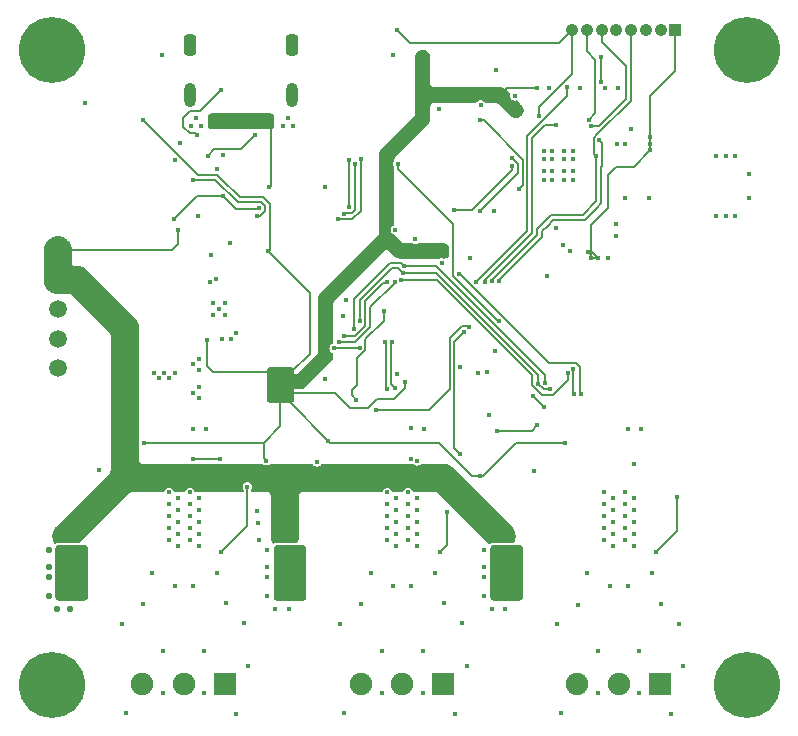
<source format=gbr>
%TF.GenerationSoftware,KiCad,Pcbnew,8.0.3*%
%TF.CreationDate,2024-09-21T17:26:54+02:00*%
%TF.ProjectId,SynchGaze_Motor_Control,53796e63-6847-4617-9a65-5f4d6f746f72,1.0*%
%TF.SameCoordinates,Original*%
%TF.FileFunction,Copper,L4,Bot*%
%TF.FilePolarity,Positive*%
%FSLAX46Y46*%
G04 Gerber Fmt 4.6, Leading zero omitted, Abs format (unit mm)*
G04 Created by KiCad (PCBNEW 8.0.3) date 2024-09-21 17:26:54*
%MOMM*%
%LPD*%
G01*
G04 APERTURE LIST*
G04 Aperture macros list*
%AMRoundRect*
0 Rectangle with rounded corners*
0 $1 Rounding radius*
0 $2 $3 $4 $5 $6 $7 $8 $9 X,Y pos of 4 corners*
0 Add a 4 corners polygon primitive as box body*
4,1,4,$2,$3,$4,$5,$6,$7,$8,$9,$2,$3,0*
0 Add four circle primitives for the rounded corners*
1,1,$1+$1,$2,$3*
1,1,$1+$1,$4,$5*
1,1,$1+$1,$6,$7*
1,1,$1+$1,$8,$9*
0 Add four rect primitives between the rounded corners*
20,1,$1+$1,$2,$3,$4,$5,0*
20,1,$1+$1,$4,$5,$6,$7,0*
20,1,$1+$1,$6,$7,$8,$9,0*
20,1,$1+$1,$8,$9,$2,$3,0*%
%AMFreePoly0*
4,1,19,0.500000,-0.750000,0.000000,-0.750000,0.000000,-0.744911,-0.071157,-0.744911,-0.207708,-0.704816,-0.327430,-0.627875,-0.420627,-0.520320,-0.479746,-0.390866,-0.500000,-0.250000,-0.500000,0.250000,-0.479746,0.390866,-0.420627,0.520320,-0.327430,0.627875,-0.207708,0.704816,-0.071157,0.744911,0.000000,0.744911,0.000000,0.750000,0.500000,0.750000,0.500000,-0.750000,0.500000,-0.750000,
$1*%
%AMFreePoly1*
4,1,19,0.000000,0.744911,0.071157,0.744911,0.207708,0.704816,0.327430,0.627875,0.420627,0.520320,0.479746,0.390866,0.500000,0.250000,0.500000,-0.250000,0.479746,-0.390866,0.420627,-0.520320,0.327430,-0.627875,0.207708,-0.704816,0.071157,-0.744911,0.000000,-0.744911,0.000000,-0.750000,-0.500000,-0.750000,-0.500000,0.750000,0.000000,0.750000,0.000000,0.744911,0.000000,0.744911,
$1*%
G04 Aperture macros list end*
%TA.AperFunction,ComponentPad*%
%ADD10C,5.600000*%
%TD*%
%TA.AperFunction,ComponentPad*%
%ADD11R,1.905000X1.905000*%
%TD*%
%TA.AperFunction,ComponentPad*%
%ADD12C,1.905000*%
%TD*%
%TA.AperFunction,ComponentPad*%
%ADD13R,1.058000X1.058000*%
%TD*%
%TA.AperFunction,ComponentPad*%
%ADD14C,1.058000*%
%TD*%
%TA.AperFunction,ComponentPad*%
%ADD15R,1.498600X1.498600*%
%TD*%
%TA.AperFunction,ComponentPad*%
%ADD16C,1.498600*%
%TD*%
%TA.AperFunction,ComponentPad*%
%ADD17O,1.000000X2.100000*%
%TD*%
%TA.AperFunction,ComponentPad*%
%ADD18RoundRect,0.250000X0.250000X0.650000X-0.250000X0.650000X-0.250000X-0.650000X0.250000X-0.650000X0*%
%TD*%
%TA.AperFunction,SMDPad,CuDef*%
%ADD19FreePoly0,90.000000*%
%TD*%
%TA.AperFunction,SMDPad,CuDef*%
%ADD20FreePoly1,90.000000*%
%TD*%
%TA.AperFunction,ViaPad*%
%ADD21C,0.400000*%
%TD*%
%TA.AperFunction,ViaPad*%
%ADD22C,0.550000*%
%TD*%
%TA.AperFunction,Conductor*%
%ADD23C,0.200000*%
%TD*%
G04 APERTURE END LIST*
D10*
%TO.P,REF\u002A\u002A,1*%
%TO.N,N/C*%
X32100000Y-89100000D03*
%TD*%
D11*
%TO.P,M501,1,C*%
%TO.N,/MCU/BLDC Driver P/DRV_OUTC*%
X83577200Y-142743200D03*
D12*
%TO.P,M501,2,B*%
%TO.N,/MCU/BLDC Driver P/DRV_OUTB*%
X80077200Y-142743200D03*
%TO.P,M501,3,A*%
%TO.N,/MCU/BLDC Driver P/DRV_OUTA*%
X76577200Y-142743200D03*
%TD*%
D11*
%TO.P,M601,1,C*%
%TO.N,/MCU/BLDC Driver R/DRV_OUTC*%
X65227201Y-142743200D03*
D12*
%TO.P,M601,2,B*%
%TO.N,/MCU/BLDC Driver R/DRV_OUTB*%
X61727200Y-142743200D03*
%TO.P,M601,3,A*%
%TO.N,/MCU/BLDC Driver R/DRV_OUTA*%
X58227200Y-142743200D03*
%TD*%
D13*
%TO.P,J202,1,Pin_1*%
%TO.N,+3V3*%
X84867600Y-87383200D03*
D14*
%TO.P,J202,2,Pin_2*%
%TO.N,GND*%
X83617600Y-87383200D03*
%TO.P,J202,3,Pin_3*%
%TO.N,ESP_FSPI_CLK*%
X82367600Y-87383200D03*
%TO.P,J202,4,Pin_4*%
%TO.N,ESP_FSPI_Q*%
X81117600Y-87383200D03*
%TO.P,J202,5,Pin_5*%
%TO.N,ESP_FSPI_D*%
X79867600Y-87383200D03*
%TO.P,J202,6,Pin_6*%
%TO.N,ESP_IMU_NCS*%
X78617600Y-87383200D03*
%TO.P,J202,7,Pin_7*%
%TO.N,ESP_INTER_ACC*%
X77367600Y-87383200D03*
%TO.P,J202,8,Pin_8*%
%TO.N,ESP_INTER_GYR{slash}BOOT*%
X76117600Y-87383200D03*
%TD*%
D11*
%TO.P,M301,1,C*%
%TO.N,/MCU/BLDC Driver Y/DRV_OUTC*%
X46747401Y-142743200D03*
D12*
%TO.P,M301,2,B*%
%TO.N,/MCU/BLDC Driver Y/DRV_OUTB*%
X43247400Y-142743200D03*
%TO.P,M301,3,A*%
%TO.N,/MCU/BLDC Driver Y/DRV_OUTA*%
X39747400Y-142743200D03*
%TD*%
D10*
%TO.P,REF\u002A\u002A,1*%
%TO.N,N/C*%
X90900000Y-142900000D03*
%TD*%
D15*
%TO.P,J402,1,Pin_1*%
%TO.N,VSYS*%
X32588200Y-106070400D03*
D16*
%TO.P,J402,2,Pin_2*%
X32588200Y-108570400D03*
%TO.P,J402,3,Pin_3*%
%TO.N,GND*%
X32588200Y-111070400D03*
%TO.P,J402,4,Pin_4*%
X32588200Y-113570400D03*
%TO.P,J402,5,Pin_5*%
X32588200Y-116070400D03*
%TD*%
D10*
%TO.P,REF\u002A\u002A,1*%
%TO.N,N/C*%
X32100000Y-142900000D03*
%TD*%
D17*
%TO.P,J201,S1,SHELL_GND*%
%TO.N,SHELL_GND_0*%
X52427600Y-92876800D03*
%TO.P,J201,S2,SHELL_GND*%
%TO.N,SHELL_GND*%
X43787600Y-92876800D03*
D18*
%TO.P,J201,S3,SHELL_GND*%
%TO.N,SHELL_GND_1*%
X52427600Y-88696800D03*
%TO.P,J201,S4,SHELL_GND*%
%TO.N,SHELL_GND_2*%
X43787600Y-88696800D03*
%TD*%
D10*
%TO.P,REF\u002A\u002A,1*%
%TO.N,N/C*%
X90900000Y-89100000D03*
%TD*%
D19*
%TO.P,JP501,1,A*%
%TO.N,VM*%
X70145800Y-131556799D03*
D20*
%TO.P,JP501,2,B*%
%TO.N,VSYS*%
X70145800Y-130256801D03*
%TD*%
D19*
%TO.P,JP601,1,A*%
%TO.N,VM*%
X51795800Y-131556800D03*
D20*
%TO.P,JP601,2,B*%
%TO.N,VSYS*%
X51795800Y-130256800D03*
%TD*%
D19*
%TO.P,JP301,1,A*%
%TO.N,VM*%
X33316000Y-131556800D03*
D20*
%TO.P,JP301,2,B*%
%TO.N,VSYS*%
X33316000Y-130256800D03*
%TD*%
D21*
%TO.N,GND*%
X44272200Y-94869000D03*
X78832600Y-130576600D03*
X44517400Y-128087400D03*
X46736000Y-111582200D03*
X79171800Y-106680000D03*
X44517400Y-131084600D03*
X68884800Y-116332000D03*
X79594600Y-131084599D03*
X61264800Y-116509800D03*
X81940400Y-121234200D03*
X79594600Y-127071401D03*
X76200000Y-100126800D03*
X67513200Y-106730800D03*
X43755400Y-129560600D03*
X78832600Y-129560600D03*
X56743600Y-111607600D03*
X88290400Y-103200200D03*
X47167800Y-105486200D03*
X81347200Y-129078000D03*
X61244600Y-131084599D03*
X46736000Y-110566200D03*
X74447400Y-100126800D03*
X80848200Y-121183400D03*
X88290400Y-98069400D03*
X56997600Y-110312200D03*
X42468800Y-116484400D03*
X81347200Y-128087400D03*
X76200000Y-99390199D03*
X81347200Y-130068600D03*
X42037000Y-116865400D03*
X64846200Y-94081600D03*
X45110400Y-121234200D03*
X61244600Y-130068600D03*
X78832600Y-126563400D03*
X42951400Y-96951800D03*
X42764800Y-130068600D03*
X68122800Y-116433600D03*
X60482600Y-127579400D03*
X61244600Y-129078000D03*
X79594600Y-130068600D03*
X91135200Y-101625400D03*
X75463400Y-97637600D03*
X44517400Y-127071400D03*
X49606200Y-130632200D03*
X42002800Y-128570000D03*
X46507400Y-113588800D03*
X42002800Y-126563400D03*
X43755400Y-130576600D03*
X73710800Y-97637600D03*
X45593000Y-106426000D03*
X47701200Y-113055400D03*
X42002800Y-127579400D03*
X79933800Y-97028000D03*
X81347200Y-127071400D03*
X74726800Y-104216200D03*
X62997200Y-130068600D03*
X46558200Y-97967800D03*
X42002800Y-129560600D03*
X52501800Y-95504000D03*
X73710800Y-99390199D03*
X42513924Y-98405276D03*
X79594600Y-129078000D03*
X45974000Y-108483400D03*
X81347200Y-131084600D03*
X80585200Y-129560600D03*
X73710800Y-98374200D03*
X62997200Y-129078000D03*
X62489200Y-121087000D03*
X55168800Y-116941600D03*
X34899600Y-93599000D03*
X71272400Y-92989400D03*
X45466000Y-108762800D03*
X78943200Y-92329000D03*
X78832600Y-128570000D03*
X91135200Y-99644200D03*
X62997200Y-131084600D03*
X75463400Y-98374200D03*
X75920600Y-106095800D03*
X44678600Y-95504000D03*
X36059200Y-124637800D03*
X42002800Y-130576600D03*
X41427400Y-89560400D03*
X62997200Y-127071400D03*
X42764800Y-131084599D03*
X62235200Y-129560600D03*
X42764800Y-128087400D03*
X44517400Y-129078000D03*
X74193400Y-92354400D03*
X60482600Y-128570000D03*
X43865800Y-95504000D03*
X75387200Y-105587800D03*
X40690800Y-116484400D03*
X44500800Y-115265200D03*
X66624200Y-115951000D03*
X60960000Y-89560400D03*
X69519800Y-102743000D03*
X44450000Y-103200200D03*
X43755400Y-128570000D03*
X41122600Y-116865400D03*
X69113400Y-120040400D03*
X72898000Y-124790200D03*
X62235200Y-127579400D03*
X80645000Y-101600000D03*
X49504600Y-129159000D03*
X60482600Y-130576600D03*
X54533800Y-123977400D03*
X46228000Y-111074200D03*
X89128600Y-103200200D03*
X55168800Y-100736400D03*
X49479200Y-128143000D03*
X69646800Y-90805000D03*
X69621400Y-114630200D03*
X75463400Y-99390199D03*
X62235200Y-126563400D03*
X44500800Y-117627400D03*
X51689000Y-95504000D03*
X79857600Y-104876600D03*
X47218600Y-113588800D03*
X41579800Y-116484400D03*
X60482600Y-126563400D03*
X62865000Y-105130600D03*
X44500800Y-118592600D03*
X76200000Y-98374200D03*
X44517400Y-130068600D03*
X45720000Y-110566200D03*
X80585200Y-128570000D03*
X80568800Y-97053400D03*
X46075600Y-99187000D03*
X60482600Y-129560600D03*
X62235200Y-130576600D03*
X79594600Y-128087400D03*
X82626200Y-101600000D03*
X61244600Y-127071401D03*
X65100200Y-107111800D03*
X89941400Y-103200200D03*
X74447400Y-97637600D03*
X73710800Y-100126800D03*
X80585200Y-130576600D03*
X73990200Y-108254800D03*
X42764800Y-129078000D03*
X44018200Y-121234200D03*
X89941400Y-98069400D03*
X81102200Y-95808800D03*
X76200000Y-97637600D03*
X68376800Y-93722200D03*
X80585200Y-127579400D03*
X45720000Y-111582200D03*
X44043600Y-118135400D03*
X42764800Y-127071401D03*
X80585200Y-126563400D03*
X44500800Y-116179600D03*
X61244600Y-128087400D03*
X63576200Y-121158000D03*
X79832200Y-103835200D03*
X74447400Y-99390200D03*
X44043600Y-115722400D03*
X61163200Y-104317800D03*
X62235200Y-128570000D03*
X76784200Y-92329000D03*
X43755400Y-127579400D03*
X75463400Y-100126800D03*
X52095400Y-94869000D03*
X78832600Y-127579400D03*
X89128600Y-98069400D03*
X62997200Y-128087400D03*
X74447400Y-98374200D03*
X43755400Y-126563400D03*
%TO.N,+3V3*%
X51435000Y-117754400D03*
X63169800Y-89814400D03*
X65227200Y-106121200D03*
X50749200Y-118135400D03*
X52120800Y-117195600D03*
X50749200Y-116408200D03*
X71374000Y-94208600D03*
X82727800Y-97612200D03*
X39852600Y-122351800D03*
X51435000Y-116789200D03*
X71094600Y-93853000D03*
X78308200Y-106730800D03*
X50241200Y-123875800D03*
X82727800Y-97078800D03*
X73152000Y-92354400D03*
X59667278Y-105742878D03*
X64592200Y-106121200D03*
X71043800Y-94488000D03*
X50393600Y-106146600D03*
X39801800Y-95021400D03*
X52120800Y-118135400D03*
X68326000Y-125145800D03*
X52120800Y-116408200D03*
X80010000Y-92329000D03*
X75565000Y-122402600D03*
X82727800Y-96494600D03*
X61950600Y-117195600D03*
X45186600Y-113690400D03*
X60426600Y-104978200D03*
X50749200Y-117195600D03*
X58956078Y-106454078D03*
X77698600Y-106730800D03*
X55486300Y-122212100D03*
X77470000Y-106197400D03*
X51435000Y-118541800D03*
%TO.N,/MCU/ESP_CHIP_EN*%
X78536800Y-89720400D03*
X78536800Y-91846400D03*
%TO.N,ESP_INTER_GYR{slash}BOOT*%
X73329800Y-94723762D03*
X61290200Y-87426800D03*
%TO.N,DRVR_DRVOFF{slash}NRST*%
X69926200Y-112031800D03*
X61366400Y-98729800D03*
X65499576Y-128237576D03*
X72779948Y-118389400D03*
X64922400Y-131572000D03*
X73754576Y-119347576D03*
%TO.N,VM*%
X53218200Y-135351800D03*
X71568200Y-131364000D03*
X71568200Y-132964200D03*
X34738400Y-131364000D03*
X34061400Y-132537200D03*
X34738400Y-134539000D03*
X53218200Y-133751600D03*
X70916800Y-134950200D03*
X53218200Y-132964200D03*
X34738400Y-132151400D03*
X70916800Y-134162800D03*
X71568200Y-132151400D03*
X34738400Y-132964200D03*
X53218200Y-134539000D03*
X71568200Y-133751600D03*
X34061400Y-134162800D03*
X70916800Y-132537200D03*
X52552600Y-134137400D03*
X34036000Y-134950200D03*
X52552600Y-132562600D03*
X34738400Y-135351800D03*
X34738400Y-133751600D03*
X53218200Y-131364000D03*
X52552600Y-134950200D03*
X71568200Y-134539000D03*
X71568200Y-135351800D03*
X53218200Y-132151400D03*
%TO.N,VSYS*%
X42748200Y-104343200D03*
%TO.N,DRVP_ALARM*%
X69773800Y-121335800D03*
X73177400Y-120878600D03*
%TO.N,DRVY_ALARM*%
X58133000Y-114325400D03*
X55983000Y-114350800D03*
%TO.N,/MCU/CC1*%
X46358700Y-92506800D03*
X44348400Y-96316800D03*
%TO.N,VBUS*%
X50596800Y-94818200D03*
X49428400Y-103124000D03*
X46304200Y-94818200D03*
X44032800Y-100087173D03*
X45593000Y-95504000D03*
X49885600Y-94818200D03*
X50596800Y-95504000D03*
X49885600Y-95504000D03*
X46304200Y-95504000D03*
X45593000Y-94818200D03*
X50495200Y-100736400D03*
%TO.N,/MCU/CC2*%
X49310800Y-96282000D03*
X45262800Y-98044000D03*
%TO.N,ESP_IMU_NCS*%
X77698600Y-95554800D03*
%TO.N,ESP_FSPI_D*%
X68725376Y-108730376D03*
X74726800Y-95427800D03*
%TO.N,ESP_FSPI_CLK*%
X75692000Y-92252800D03*
X68010952Y-108773048D03*
%TO.N,ESP_FSPI_Q*%
X78181200Y-98120200D03*
X69338266Y-108683172D03*
%TO.N,ESP_INTER_ACC*%
X77534800Y-95007527D03*
%TO.N,STM_SWO*%
X58227000Y-98323822D03*
X56327038Y-103428800D03*
%TO.N,STM_SWDIO*%
X57277000Y-98450400D03*
X57277000Y-102438200D03*
%TO.N,STM_SWCLK*%
X57752000Y-98729800D03*
X56802038Y-102971600D03*
%TO.N,DRVP_BRAKE*%
X76250800Y-118242000D03*
X76245267Y-116092000D03*
%TO.N,DRVR_BRAKE*%
X60274200Y-113850400D03*
X62490089Y-123744000D03*
X60449600Y-117779800D03*
%TO.N,DRVY_BRAKE*%
X46278800Y-123748800D03*
X60437393Y-108777407D03*
X56783000Y-113333630D03*
X44010289Y-123744000D03*
%TO.N,DRVP_DIR*%
X81340215Y-124175800D03*
X66555243Y-108095157D03*
X76850876Y-118242000D03*
%TO.N,DRVR_DIR*%
X63021356Y-123886328D03*
X60877101Y-113810701D03*
X61098450Y-117756898D03*
%TO.N,DRVY_DIR*%
X61090769Y-108759031D03*
X56383000Y-113842800D03*
%TO.N,/MCU/ESP_SPI_NWP*%
X71070809Y-98290181D03*
X68326000Y-102768400D03*
%TO.N,/MCU/ESP_SPI_DO*%
X71653400Y-100838000D03*
X68326000Y-95072200D03*
%TO.N,/MCU/ESP_SPI_NCS0*%
X71061600Y-98952724D03*
X66116200Y-102641400D03*
%TO.N,STM_I2C_SDA*%
X57658000Y-112725200D03*
X73870224Y-117290176D03*
X61914966Y-107391200D03*
%TO.N,DRVY_SPEED*%
X59499600Y-119557800D03*
X67368350Y-112564951D03*
%TO.N,STM_I2C_SCL*%
X61792060Y-107975400D03*
X58133000Y-112090200D03*
X73254948Y-117346652D03*
X74292649Y-117842000D03*
%TO.N,DRVY_DRVOFF*%
X57864415Y-118734623D03*
X48633400Y-126068883D03*
X60172600Y-111226600D03*
X46431200Y-131572000D03*
%TO.N,DRVR_SPEED*%
X66665719Y-123344519D03*
X66987057Y-112961333D03*
%TO.N,DRVP_DRVOFF*%
X83261200Y-131572000D03*
X75761751Y-116491999D03*
X85006502Y-126912843D03*
X61645800Y-108559600D03*
%TO.N,GNDPWR*%
X38345200Y-145232400D03*
X46803400Y-135961400D03*
D22*
X33646200Y-136418600D03*
X31842800Y-135351800D03*
D21*
X80839200Y-134462800D03*
X56506200Y-137663200D03*
X46041400Y-133396000D03*
X44009400Y-134462800D03*
D22*
X31817400Y-133751600D03*
D21*
X63479800Y-143530600D03*
X85182800Y-137663200D03*
X45000000Y-140000000D03*
X58284200Y-136037600D03*
X45000000Y-143530600D03*
X81829800Y-140000000D03*
X75175000Y-145232400D03*
X66172200Y-145359400D03*
X65294600Y-135961400D03*
X68672600Y-135351800D03*
X62489200Y-134462800D03*
X60000000Y-140000000D03*
X79340600Y-134462800D03*
X63479800Y-140000000D03*
X50297200Y-132837200D03*
X85538200Y-141295400D03*
X81829800Y-143530600D03*
X51008400Y-136418600D03*
X82871200Y-133396000D03*
X50322600Y-131440200D03*
X60990600Y-134462800D03*
X70476000Y-136418600D03*
X83633400Y-135986800D03*
X67188200Y-141295400D03*
X60000000Y-143530600D03*
X38015000Y-137663200D03*
X78350000Y-143530600D03*
X50297200Y-133751600D03*
X77410200Y-133396000D03*
X66844000Y-137637800D03*
D22*
X31817400Y-132837200D03*
D21*
X41520200Y-140000000D03*
X74845000Y-137688600D03*
X50322600Y-135351800D03*
X40580400Y-133396000D03*
X68647200Y-133751600D03*
X41520200Y-143530600D03*
X47692400Y-145359400D03*
X69358400Y-136418600D03*
X48352800Y-137637800D03*
D22*
X31842800Y-131440200D03*
D21*
X78350000Y-140000000D03*
X76623000Y-136063000D03*
X68647200Y-132837200D03*
X48708400Y-141295400D03*
X84522200Y-145359400D03*
X56825000Y-145232400D03*
X42510800Y-134462800D03*
X39793000Y-136037600D03*
X59060200Y-133396000D03*
D22*
X32528600Y-136418600D03*
D21*
X68672600Y-131440200D03*
X64521200Y-133396000D03*
X52126000Y-136418600D03*
%TO.N,ESP_FSPI_NSS*%
X69942997Y-108644127D03*
X78439644Y-96732804D03*
%TO.N,/Power/RQVBUS*%
X42418000Y-103403400D03*
X49631600Y-102514400D03*
X46609000Y-101447600D03*
%TD*%
D23*
%TO.N,+3V3*%
X51435000Y-120954800D02*
X50038000Y-122351800D01*
X77698600Y-106730800D02*
X77698600Y-103962200D01*
X77774800Y-106197400D02*
X78308200Y-106730800D01*
X52120800Y-118846600D02*
X52120800Y-118135400D01*
X61950600Y-117717921D02*
X61950600Y-117195600D01*
X71043800Y-93903800D02*
X71094600Y-93853000D01*
X52120800Y-118135400D02*
X56057800Y-118135400D01*
X77698600Y-106426000D02*
X77470000Y-106197400D01*
X77470000Y-106197400D02*
X77774800Y-106197400D01*
X53898800Y-109651800D02*
X50507900Y-106260900D01*
X64885227Y-122377200D02*
X67653827Y-125145800D01*
X52324000Y-116408200D02*
X53898800Y-114833400D01*
X50038000Y-123672600D02*
X50038000Y-122351800D01*
X46100059Y-99687173D02*
X46334373Y-99921488D01*
X71374000Y-122351800D02*
X68580000Y-125145800D01*
X82727800Y-97612200D02*
X82727800Y-96494600D01*
X77698600Y-103962200D02*
X79146400Y-102514400D01*
X70078600Y-92913200D02*
X70637400Y-92354400D01*
X49975086Y-101581000D02*
X50507900Y-102113814D01*
X46334373Y-99921488D02*
X47993886Y-101581000D01*
X51435000Y-118541800D02*
X51435000Y-120954800D01*
X77698600Y-106730800D02*
X77698600Y-106426000D01*
X50749200Y-116408200D02*
X52324000Y-116408200D01*
X75514200Y-122351800D02*
X71374000Y-122351800D01*
X45186600Y-115874800D02*
X45720000Y-116408200D01*
X71018400Y-93853000D02*
X71094600Y-93853000D01*
X50507900Y-106032300D02*
X50393600Y-106146600D01*
X79146400Y-99720400D02*
X79883000Y-98983800D01*
X70078600Y-92913200D02*
X71018400Y-93853000D01*
X50507900Y-106260900D02*
X50393600Y-106146600D01*
X50507900Y-102113814D02*
X50507900Y-106032300D01*
X81356200Y-98983800D02*
X82727800Y-97612200D01*
X71043800Y-94488000D02*
X71043800Y-93903800D01*
X79883000Y-98983800D02*
X81356200Y-98983800D01*
X55486300Y-122212100D02*
X52120800Y-118846600D01*
X39852600Y-122351800D02*
X50038000Y-122351800D01*
X71374000Y-94208600D02*
X71323200Y-94208600D01*
X59667278Y-105742878D02*
X59667278Y-105737522D01*
X55486300Y-122212100D02*
X55651400Y-122377200D01*
X45720000Y-116408200D02*
X50749200Y-116408200D01*
X71323200Y-94208600D02*
X71043800Y-94488000D01*
X77698600Y-106730800D02*
X78308200Y-106730800D01*
X67653827Y-125145800D02*
X68326000Y-125145800D01*
X70637400Y-92354400D02*
X73152000Y-92354400D01*
X44467573Y-99687173D02*
X46100059Y-99687173D01*
X57327800Y-119405400D02*
X58838827Y-119405400D01*
X39801800Y-95021400D02*
X44467573Y-99687173D01*
X68580000Y-125145800D02*
X68326000Y-125145800D01*
X47993886Y-101581000D02*
X49975086Y-101581000D01*
X82727800Y-96494600D02*
X82727800Y-93040200D01*
X45186600Y-113690400D02*
X45186600Y-115874800D01*
X50241200Y-123875800D02*
X50038000Y-123672600D01*
X79146400Y-102514400D02*
X79146400Y-99720400D01*
X84867600Y-90900400D02*
X84867600Y-87383200D01*
X61050521Y-118618000D02*
X61950600Y-117717921D01*
X56057800Y-118135400D02*
X57327800Y-119405400D01*
X53898800Y-114833400D02*
X53898800Y-109651800D01*
X82727800Y-93040200D02*
X84867600Y-90900400D01*
X55651400Y-122377200D02*
X64885227Y-122377200D01*
X58838827Y-119405400D02*
X59626227Y-118618000D01*
X59626227Y-118618000D02*
X61050521Y-118618000D01*
X75565000Y-122402600D02*
X75514200Y-122351800D01*
%TO.N,/MCU/ESP_CHIP_EN*%
X78536800Y-91846400D02*
X78536800Y-89720400D01*
%TO.N,ESP_INTER_GYR{slash}BOOT*%
X76117600Y-91101952D02*
X73329800Y-93889752D01*
X62382400Y-88519000D02*
X61290200Y-87426800D01*
X76117600Y-87383200D02*
X74981800Y-88519000D01*
X74981800Y-88519000D02*
X62382400Y-88519000D01*
X73329800Y-93889752D02*
X73329800Y-94723762D01*
X76117600Y-87383200D02*
X76117600Y-88519000D01*
X76117600Y-88519000D02*
X76117600Y-91101952D01*
%TO.N,DRVR_DRVOFF{slash}NRST*%
X72779948Y-118389400D02*
X72796400Y-118389400D01*
X72796400Y-118389400D02*
X73754576Y-119347576D01*
X69926200Y-112031800D02*
X69820134Y-112031800D01*
X61366400Y-99161600D02*
X61366400Y-98729800D01*
X66040000Y-103835200D02*
X61366400Y-99161600D01*
X64922400Y-131572000D02*
X65499576Y-130994824D01*
X65499576Y-130994824D02*
X65499576Y-128237576D01*
X69820134Y-112031800D02*
X66040000Y-108251666D01*
X66040000Y-108251666D02*
X66040000Y-103835200D01*
%TO.N,VSYS*%
X42748200Y-104343200D02*
X42748200Y-105537000D01*
X42748200Y-105537000D02*
X42214800Y-106070400D01*
X42214800Y-106070400D02*
X32588200Y-106070400D01*
%TO.N,DRVP_ALARM*%
X72720200Y-121335800D02*
X69773800Y-121335800D01*
X73177400Y-120878600D02*
X72720200Y-121335800D01*
%TO.N,DRVY_ALARM*%
X58133000Y-114325400D02*
X56008400Y-114325400D01*
X56008400Y-114325400D02*
X55983000Y-114350800D01*
%TO.N,/MCU/CC1*%
X44196000Y-96164400D02*
X43748382Y-96164400D01*
X43180000Y-94894400D02*
X43806200Y-94268200D01*
X43748382Y-96164400D02*
X43180000Y-95596018D01*
X44348400Y-96316800D02*
X44196000Y-96164400D01*
X43806200Y-94268200D02*
X44597300Y-94268200D01*
X43180000Y-95596018D02*
X43180000Y-94894400D01*
X44597300Y-94268200D02*
X46358700Y-92506800D01*
%TO.N,VBUS*%
X47828200Y-101981000D02*
X45934373Y-100087173D01*
X50596800Y-100634800D02*
X50495200Y-100736400D01*
X50106600Y-102278200D02*
X49809400Y-101981000D01*
X50596800Y-95504000D02*
X50596800Y-100634800D01*
X49428400Y-103124000D02*
X49693752Y-103124000D01*
X45934373Y-100087173D02*
X44032800Y-100087173D01*
X50106600Y-102711152D02*
X50106600Y-102278200D01*
X49693752Y-103124000D02*
X50106600Y-102711152D01*
X49809400Y-101981000D02*
X47828200Y-101981000D01*
%TO.N,/MCU/CC2*%
X45821600Y-97485200D02*
X45262800Y-98044000D01*
X49310800Y-96282000D02*
X48107600Y-97485200D01*
X48107600Y-97485200D02*
X45821600Y-97485200D01*
%TO.N,ESP_IMU_NCS*%
X78617600Y-88396600D02*
X78617600Y-87383200D01*
X78402914Y-95554800D02*
X80717600Y-93240114D01*
X80717600Y-90496600D02*
X78617600Y-88396600D01*
X80717600Y-93240114D02*
X80717600Y-90496600D01*
X77698600Y-95554800D02*
X78402914Y-95554800D01*
%TO.N,ESP_FSPI_D*%
X73863200Y-95427800D02*
X74726800Y-95427800D01*
X72736600Y-96554400D02*
X73863200Y-95427800D01*
X68725376Y-108730376D02*
X68783200Y-108672552D01*
X68783200Y-108672552D02*
X68783200Y-108566486D01*
X68783200Y-108566486D02*
X72736600Y-104613086D01*
X72736600Y-104613086D02*
X72736600Y-96554400D01*
%TO.N,ESP_FSPI_CLK*%
X72336600Y-96388714D02*
X73697514Y-95027800D01*
X73697514Y-95027800D02*
X73704400Y-95027800D01*
X68010952Y-108773048D02*
X72336600Y-104447400D01*
X75692000Y-93040200D02*
X75692000Y-92252800D01*
X72336600Y-104447400D02*
X72336600Y-96388714D01*
X73704400Y-95027800D02*
X75692000Y-93040200D01*
%TO.N,ESP_FSPI_Q*%
X73136600Y-104778772D02*
X72902285Y-105013086D01*
X77038200Y-103047800D02*
X74371200Y-103047800D01*
X69338266Y-108577106D02*
X69338266Y-108683172D01*
X77952600Y-97891600D02*
X77952600Y-96548096D01*
X81117600Y-93405800D02*
X81117600Y-87383200D01*
X78181200Y-98120200D02*
X77952600Y-97891600D01*
X78181200Y-101904800D02*
X77038200Y-103047800D01*
X78265596Y-96257804D02*
X81117600Y-93405800D01*
X72902285Y-105013086D02*
X69338266Y-108577106D01*
X78181200Y-98120200D02*
X78181200Y-101904800D01*
X73136600Y-104282400D02*
X73136600Y-104778772D01*
X74371200Y-103047800D02*
X73136600Y-104282400D01*
X77952600Y-96548096D02*
X78242892Y-96257804D01*
X78242892Y-96257804D02*
X78265596Y-96257804D01*
%TO.N,ESP_INTER_ACC*%
X78061800Y-94480527D02*
X78061800Y-89917152D01*
X77367600Y-89222952D02*
X77367600Y-87383200D01*
X78061800Y-89917152D02*
X77367600Y-89222952D01*
X77534800Y-95007527D02*
X78061800Y-94480527D01*
%TO.N,STM_SWO*%
X58227000Y-98323822D02*
X58227000Y-102725638D01*
X56344838Y-103446600D02*
X56327038Y-103428800D01*
X57506038Y-103446600D02*
X56344838Y-103446600D01*
X58227000Y-102725638D02*
X57506038Y-103446600D01*
%TO.N,STM_SWDIO*%
X57277000Y-102438200D02*
X57277000Y-98450400D01*
%TO.N,STM_SWCLK*%
X57473752Y-102913200D02*
X57752000Y-102634952D01*
X56860438Y-102913200D02*
X57473752Y-102913200D01*
X57752000Y-102634952D02*
X57752000Y-98729800D01*
X56802038Y-102971600D02*
X56860438Y-102913200D01*
%TO.N,DRVP_BRAKE*%
X76245267Y-118236467D02*
X76245267Y-116092000D01*
X76250800Y-118242000D02*
X76245267Y-118236467D01*
%TO.N,DRVR_BRAKE*%
X60449600Y-117779800D02*
X60382200Y-117712400D01*
X60382200Y-117712400D02*
X60382200Y-113958400D01*
X60382200Y-113958400D02*
X60274200Y-113850400D01*
%TO.N,DRVY_BRAKE*%
X60350400Y-108864400D02*
X60110172Y-108864400D01*
X44015089Y-123748800D02*
X44010289Y-123744000D01*
X60110172Y-108864400D02*
X58623200Y-110351372D01*
X58623200Y-110351372D02*
X58623200Y-112431752D01*
X46278800Y-123748800D02*
X44015089Y-123748800D01*
X57721322Y-113333630D02*
X56783000Y-113333630D01*
X60437393Y-108777407D02*
X60350400Y-108864400D01*
X58623200Y-112431752D02*
X57721322Y-113333630D01*
%TO.N,DRVP_DIR*%
X76795270Y-118186394D02*
X76850876Y-118242000D01*
X76795270Y-115970251D02*
X76795270Y-118186394D01*
X74142600Y-115595400D02*
X76420419Y-115595400D01*
X66661309Y-108095157D02*
X70535800Y-111969648D01*
X70535800Y-111988600D02*
X74142600Y-115595400D01*
X76420419Y-115595400D02*
X76795270Y-115970251D01*
X70535800Y-111969648D02*
X70535800Y-111988600D01*
X66555243Y-108095157D02*
X66661309Y-108095157D01*
%TO.N,DRVR_DIR*%
X61098450Y-117726401D02*
X60782200Y-117410151D01*
X60782200Y-113905602D02*
X60877101Y-113810701D01*
X61098450Y-117756898D02*
X61098450Y-117726401D01*
X60782200Y-117410151D02*
X60782200Y-113905602D01*
%TO.N,DRVY_DIR*%
X58518019Y-113102619D02*
X57777838Y-113842800D01*
X59023200Y-110863352D02*
X59023200Y-111074200D01*
X61090769Y-108795783D02*
X59023200Y-110863352D01*
X57777838Y-113842800D02*
X56383000Y-113842800D01*
X59023200Y-112597438D02*
X58518019Y-113102619D01*
X61090769Y-108759031D02*
X61090769Y-108795783D01*
X59023200Y-111074200D02*
X59023200Y-112597438D01*
%TO.N,/MCU/ESP_SPI_NWP*%
X71070809Y-98290181D02*
X71086781Y-98290181D01*
X71536600Y-98755972D02*
X71536600Y-99557800D01*
X71070809Y-98290181D02*
X71536600Y-98755972D01*
X71536600Y-99557800D02*
X68326000Y-102768400D01*
%TO.N,/MCU/ESP_SPI_DO*%
X71936600Y-100554800D02*
X71936600Y-98378000D01*
X71653400Y-100838000D02*
X71936600Y-100554800D01*
X68630800Y-95072200D02*
X68326000Y-95072200D01*
X71936600Y-98378000D02*
X68630800Y-95072200D01*
%TO.N,/MCU/ESP_SPI_NCS0*%
X71061600Y-99245400D02*
X71061600Y-98952724D01*
X67665600Y-102641400D02*
X71061600Y-99245400D01*
X66116200Y-102641400D02*
X67665600Y-102641400D01*
%TO.N,STM_I2C_SDA*%
X61660966Y-107137200D02*
X61914966Y-107391200D01*
X57658000Y-110185200D02*
X60706000Y-107137200D01*
X57658000Y-112725200D02*
X57658000Y-110185200D01*
X64613848Y-107391200D02*
X61914966Y-107391200D01*
X73870224Y-116647576D02*
X64613848Y-107391200D01*
X60706000Y-107137200D02*
X61660966Y-107137200D01*
X73870224Y-117290176D02*
X73870224Y-116647576D01*
%TO.N,DRVY_SPEED*%
X64010600Y-119557800D02*
X65749200Y-117819200D01*
X59499600Y-119557800D02*
X64010600Y-119557800D01*
X67289732Y-112486333D02*
X67368350Y-112564951D01*
X65749200Y-113527438D02*
X66790305Y-112486333D01*
X66790305Y-112486333D02*
X67289732Y-112486333D01*
X65749200Y-117819200D02*
X65749200Y-113527438D01*
%TO.N,STM_I2C_SCL*%
X73254948Y-116597986D02*
X64632362Y-107975400D01*
X58133000Y-110275886D02*
X60865286Y-107543600D01*
X60865286Y-107543600D02*
X61360260Y-107543600D01*
X58133000Y-112090200D02*
X58133000Y-110275886D01*
X74292649Y-117842000D02*
X73750296Y-117842000D01*
X73750296Y-117842000D02*
X73254948Y-117346652D01*
X61360260Y-107543600D02*
X61792060Y-107975400D01*
X73254948Y-117346652D02*
X73254948Y-116597986D01*
X64632362Y-107975400D02*
X61792060Y-107975400D01*
%TO.N,DRVY_DRVOFF*%
X57864415Y-118734623D02*
X57458793Y-118329001D01*
X58013600Y-115112800D02*
X58017352Y-115112800D01*
X57458793Y-117902808D02*
X57912000Y-117449601D01*
X46431200Y-131572000D02*
X48633400Y-129369800D01*
X48633400Y-129369800D02*
X48633400Y-126068883D01*
X57458793Y-118329001D02*
X57458793Y-117902808D01*
X57912000Y-115214400D02*
X58013600Y-115112800D01*
X58017352Y-115112800D02*
X58608000Y-114522152D01*
X60172600Y-112013724D02*
X60172600Y-111226600D01*
X57912000Y-117449601D02*
X57912000Y-115214400D01*
X58608000Y-114522152D02*
X58608000Y-113578324D01*
X58608000Y-113578324D02*
X60172600Y-112013724D01*
%TO.N,DRVR_SPEED*%
X66149200Y-113799190D02*
X66987057Y-112961333D01*
X66665719Y-123344519D02*
X66149200Y-122828000D01*
X66149200Y-122828000D02*
X66149200Y-113799190D01*
%TO.N,DRVP_DRVOFF*%
X75761751Y-117044650D02*
X74489401Y-118317000D01*
X73553544Y-118317000D02*
X72711438Y-117474894D01*
X75761751Y-116491999D02*
X75761751Y-117044650D01*
X74489401Y-118317000D02*
X73553544Y-118317000D01*
X85006502Y-129826698D02*
X85006502Y-126912843D01*
X64650876Y-108559600D02*
X61645800Y-108559600D01*
X72711438Y-116620162D02*
X64650876Y-108559600D01*
X72711438Y-117474894D02*
X72711438Y-116620162D01*
X83261200Y-131572000D02*
X85006502Y-129826698D01*
%TO.N,ESP_FSPI_NSS*%
X78202320Y-102484720D02*
X78202321Y-102484720D01*
X72786306Y-105730106D02*
X73583800Y-104932612D01*
X73583800Y-104932612D02*
X73583800Y-104521000D01*
X77214241Y-103472800D02*
X77214241Y-103472799D01*
X73583800Y-104521000D02*
X73583800Y-104436240D01*
X74049420Y-103970620D02*
X74547240Y-103472800D01*
X74752200Y-103472800D02*
X77214241Y-103472800D01*
X78606200Y-98983800D02*
X78681200Y-98908800D01*
X78681200Y-98908800D02*
X78681200Y-96974360D01*
X69942997Y-108573415D02*
X72786306Y-105730106D01*
X74547240Y-103472800D02*
X74752200Y-103472800D01*
X77214241Y-103472799D02*
X78202320Y-102484720D01*
X69942997Y-108644127D02*
X69942997Y-108573415D01*
X78606200Y-99618800D02*
X78606200Y-98983800D01*
X78202321Y-102484720D02*
X78606200Y-102080841D01*
X78606200Y-102080841D02*
X78606200Y-99618800D01*
X73583800Y-104436240D02*
X74049420Y-103970620D01*
X78681200Y-96974360D02*
X78439644Y-96732804D01*
%TO.N,/Power/RQVBUS*%
X44373800Y-101447600D02*
X42418000Y-103403400D01*
X46609000Y-101447600D02*
X44373800Y-101447600D01*
X49631600Y-102514400D02*
X49606200Y-102539800D01*
X49606200Y-102539800D02*
X47701200Y-102539800D01*
X47701200Y-102539800D02*
X46609000Y-101447600D01*
%TD*%
%TA.AperFunction,Conductor*%
%TO.N,VM*%
G36*
X71653936Y-131009342D02*
G01*
X71754443Y-131029334D01*
X71772107Y-131036650D01*
X71853227Y-131090853D01*
X71866746Y-131104372D01*
X71920949Y-131185492D01*
X71928265Y-131203155D01*
X71948258Y-131303663D01*
X71949200Y-131313223D01*
X71949200Y-135427976D01*
X71948258Y-135437536D01*
X71928265Y-135538044D01*
X71920949Y-135555707D01*
X71866746Y-135636827D01*
X71853227Y-135650346D01*
X71772107Y-135704549D01*
X71754444Y-135711865D01*
X71677531Y-135727164D01*
X71653934Y-135731858D01*
X71644377Y-135732800D01*
X69510823Y-135732800D01*
X69501265Y-135731858D01*
X69472036Y-135726044D01*
X69400755Y-135711865D01*
X69383092Y-135704549D01*
X69301972Y-135650346D01*
X69288453Y-135636827D01*
X69234250Y-135555707D01*
X69226934Y-135538047D01*
X69206940Y-135437526D01*
X69206000Y-135427976D01*
X69206000Y-131313223D01*
X69206939Y-131303674D01*
X69226935Y-131203150D01*
X69234250Y-131185492D01*
X69288453Y-131104372D01*
X69301972Y-131090853D01*
X69383092Y-131036650D01*
X69400750Y-131029335D01*
X69501274Y-131009339D01*
X69510823Y-131008400D01*
X71644377Y-131008400D01*
X71653936Y-131009342D01*
G37*
%TD.AperFunction*%
%TD*%
%TA.AperFunction,Conductor*%
%TO.N,VM*%
G36*
X34824136Y-131009342D02*
G01*
X34924643Y-131029334D01*
X34942307Y-131036650D01*
X35023427Y-131090853D01*
X35036946Y-131104372D01*
X35091149Y-131185492D01*
X35098465Y-131203155D01*
X35118458Y-131303663D01*
X35119400Y-131313223D01*
X35119400Y-135427976D01*
X35118458Y-135437536D01*
X35098465Y-135538044D01*
X35091149Y-135555707D01*
X35036946Y-135636827D01*
X35023427Y-135650346D01*
X34942307Y-135704549D01*
X34924644Y-135711865D01*
X34847731Y-135727164D01*
X34824134Y-135731858D01*
X34814577Y-135732800D01*
X32681023Y-135732800D01*
X32671465Y-135731858D01*
X32642236Y-135726044D01*
X32570955Y-135711865D01*
X32553292Y-135704549D01*
X32472172Y-135650346D01*
X32458653Y-135636827D01*
X32404450Y-135555707D01*
X32397134Y-135538047D01*
X32377140Y-135437526D01*
X32376200Y-135427976D01*
X32376200Y-131313223D01*
X32377139Y-131303674D01*
X32397135Y-131203150D01*
X32404450Y-131185492D01*
X32458653Y-131104372D01*
X32472172Y-131090853D01*
X32553292Y-131036650D01*
X32570950Y-131029335D01*
X32671474Y-131009339D01*
X32681023Y-131008400D01*
X34814577Y-131008400D01*
X34824136Y-131009342D01*
G37*
%TD.AperFunction*%
%TD*%
%TA.AperFunction,Conductor*%
%TO.N,VSYS*%
G36*
X32657120Y-104875540D02*
G01*
X32657823Y-104875551D01*
X32665741Y-104875681D01*
X32667249Y-104875730D01*
X32675937Y-104876156D01*
X32676710Y-104876201D01*
X32679017Y-104876352D01*
X32695515Y-104877433D01*
X32696261Y-104877488D01*
X32704878Y-104878195D01*
X32706412Y-104878345D01*
X32715092Y-104879344D01*
X32715690Y-104879417D01*
X32773312Y-104887003D01*
X32773848Y-104887078D01*
X32782530Y-104888366D01*
X32784067Y-104888621D01*
X32792578Y-104890169D01*
X32793266Y-104890299D01*
X32811904Y-104894006D01*
X32812473Y-104894125D01*
X32821001Y-104895967D01*
X32822519Y-104896321D01*
X32830973Y-104898438D01*
X32831706Y-104898629D01*
X32963317Y-104933894D01*
X32963864Y-104934045D01*
X32972299Y-104936454D01*
X32973800Y-104936910D01*
X32980326Y-104939005D01*
X32982051Y-104939560D01*
X32982689Y-104939770D01*
X33000645Y-104945866D01*
X33001312Y-104946099D01*
X33009454Y-104949012D01*
X33010947Y-104949573D01*
X33019007Y-104952759D01*
X33019677Y-104953030D01*
X33061496Y-104970353D01*
X33073170Y-104975189D01*
X33073898Y-104975498D01*
X33079049Y-104977729D01*
X33081822Y-104978931D01*
X33083255Y-104979580D01*
X33091130Y-104983306D01*
X33091737Y-104983599D01*
X33104935Y-104990108D01*
X33108600Y-104991916D01*
X33109314Y-104992275D01*
X33117033Y-104996240D01*
X33118424Y-104996983D01*
X33126003Y-105001194D01*
X33126647Y-105001559D01*
X33243150Y-105068823D01*
X33244592Y-105069656D01*
X33245279Y-105070060D01*
X33252685Y-105074498D01*
X33254037Y-105075339D01*
X33258427Y-105078169D01*
X33261267Y-105080001D01*
X33261921Y-105080429D01*
X33277643Y-105090933D01*
X33278250Y-105091348D01*
X33285326Y-105096246D01*
X33286622Y-105097174D01*
X33293599Y-105102347D01*
X33294142Y-105102756D01*
X33340112Y-105138030D01*
X33340689Y-105138481D01*
X33347495Y-105143882D01*
X33348739Y-105144903D01*
X33355295Y-105150466D01*
X33355899Y-105150987D01*
X33370037Y-105163385D01*
X33370635Y-105163919D01*
X33377017Y-105169703D01*
X33378190Y-105170801D01*
X33384387Y-105176799D01*
X33384957Y-105177360D01*
X33481239Y-105273642D01*
X33481800Y-105274212D01*
X33487798Y-105280409D01*
X33488896Y-105281582D01*
X33494680Y-105287964D01*
X33495214Y-105288562D01*
X33507612Y-105302700D01*
X33508133Y-105303304D01*
X33513696Y-105309860D01*
X33514717Y-105311104D01*
X33520118Y-105317910D01*
X33520582Y-105318504D01*
X33555829Y-105364439D01*
X33556252Y-105365000D01*
X33561425Y-105371977D01*
X33562353Y-105373273D01*
X33567251Y-105380349D01*
X33567681Y-105380979D01*
X33575125Y-105392121D01*
X33578163Y-105396668D01*
X33578598Y-105397332D01*
X33583249Y-105404544D01*
X33584101Y-105405914D01*
X33588539Y-105413320D01*
X33588943Y-105414007D01*
X33657022Y-105531921D01*
X33657420Y-105532623D01*
X33661606Y-105540157D01*
X33662359Y-105541566D01*
X33666324Y-105549285D01*
X33666683Y-105549999D01*
X33674959Y-105566778D01*
X33675307Y-105567498D01*
X33679008Y-105575321D01*
X33679676Y-105576796D01*
X33683101Y-105584701D01*
X33683410Y-105585428D01*
X33690370Y-105602229D01*
X33705554Y-105638885D01*
X33705855Y-105639628D01*
X33709022Y-105647642D01*
X33709587Y-105649145D01*
X33712500Y-105657287D01*
X33712763Y-105658040D01*
X33718792Y-105675798D01*
X33719046Y-105676569D01*
X33721689Y-105684799D01*
X33722151Y-105686320D01*
X33724533Y-105694659D01*
X33724733Y-105695384D01*
X33759983Y-105826943D01*
X33760182Y-105827709D01*
X33762279Y-105836073D01*
X33762639Y-105837613D01*
X33764019Y-105843992D01*
X33764447Y-105845972D01*
X33764602Y-105846720D01*
X33766935Y-105858412D01*
X33768253Y-105865022D01*
X33768402Y-105865802D01*
X33769634Y-105872551D01*
X33769942Y-105874234D01*
X33770203Y-105875809D01*
X33771465Y-105884269D01*
X33771575Y-105885054D01*
X33779121Y-105941938D01*
X33779220Y-105942728D01*
X33780213Y-105951276D01*
X33780367Y-105952823D01*
X33780957Y-105959896D01*
X33781080Y-105961366D01*
X33781139Y-105962160D01*
X33782384Y-105980740D01*
X33782431Y-105981531D01*
X33782866Y-105990099D01*
X33782921Y-105991695D01*
X33783076Y-106000237D01*
X33783084Y-106001028D01*
X33785403Y-107165868D01*
X33801229Y-107244556D01*
X33845976Y-107311182D01*
X33845978Y-107311184D01*
X33912831Y-107355597D01*
X33991596Y-107371027D01*
X34194805Y-107370410D01*
X34197325Y-107370412D01*
X34197414Y-107370413D01*
X34199950Y-107370438D01*
X34205086Y-107370511D01*
X34207550Y-107370556D01*
X34207906Y-107370565D01*
X34208546Y-107370582D01*
X34210213Y-107370627D01*
X34225619Y-107371108D01*
X34228170Y-107371198D01*
X34228190Y-107371199D01*
X34230531Y-107371302D01*
X34230738Y-107371399D01*
X34230743Y-107371312D01*
X34235873Y-107371560D01*
X34235872Y-107371563D01*
X34236003Y-107371566D01*
X34238441Y-107371695D01*
X34241008Y-107371852D01*
X34241185Y-107371863D01*
X34241221Y-107371866D01*
X34245333Y-107372135D01*
X34309210Y-107376322D01*
X34309561Y-107376346D01*
X34316184Y-107376862D01*
X34317343Y-107376968D01*
X34319652Y-107377204D01*
X34323823Y-107377633D01*
X34324332Y-107377688D01*
X34338458Y-107379313D01*
X34338908Y-107379367D01*
X34342668Y-107379847D01*
X34345411Y-107380197D01*
X34346595Y-107380363D01*
X34349739Y-107380842D01*
X34353040Y-107381345D01*
X34353504Y-107381419D01*
X34396555Y-107388528D01*
X34396902Y-107388587D01*
X34403509Y-107389761D01*
X34404572Y-107389964D01*
X34408130Y-107390686D01*
X34410991Y-107391268D01*
X34411454Y-107391364D01*
X34425336Y-107394363D01*
X34425856Y-107394479D01*
X34432214Y-107395934D01*
X34433335Y-107396204D01*
X34439752Y-107397839D01*
X34440154Y-107397944D01*
X34574316Y-107433894D01*
X34574864Y-107434045D01*
X34583299Y-107436454D01*
X34584800Y-107436910D01*
X34591326Y-107439005D01*
X34593051Y-107439560D01*
X34593689Y-107439770D01*
X34611645Y-107445866D01*
X34612312Y-107446099D01*
X34620454Y-107449012D01*
X34621947Y-107449573D01*
X34630007Y-107452759D01*
X34630677Y-107453030D01*
X34672496Y-107470353D01*
X34684170Y-107475189D01*
X34684898Y-107475498D01*
X34690049Y-107477729D01*
X34692822Y-107478931D01*
X34694255Y-107479580D01*
X34702130Y-107483306D01*
X34702737Y-107483599D01*
X34715935Y-107490108D01*
X34719600Y-107491916D01*
X34720314Y-107492275D01*
X34728033Y-107496240D01*
X34729424Y-107496983D01*
X34737003Y-107501194D01*
X34737647Y-107501559D01*
X34855666Y-107569698D01*
X34856274Y-107570056D01*
X34862846Y-107573994D01*
X34863677Y-107574492D01*
X34865033Y-107575335D01*
X34872271Y-107580000D01*
X34872940Y-107580439D01*
X34888509Y-107590837D01*
X34889166Y-107591284D01*
X34896234Y-107596172D01*
X34897525Y-107597096D01*
X34900285Y-107599142D01*
X34904396Y-107602189D01*
X34905029Y-107602666D01*
X34950823Y-107637771D01*
X34951453Y-107638262D01*
X34958205Y-107643615D01*
X34959444Y-107644631D01*
X34965994Y-107650182D01*
X34966514Y-107650629D01*
X34980715Y-107663066D01*
X34981257Y-107663550D01*
X34987656Y-107669341D01*
X34988816Y-107670425D01*
X34995001Y-107676401D01*
X34995501Y-107676892D01*
X39098794Y-111772941D01*
X39098933Y-111773081D01*
X39100360Y-111774517D01*
X39100661Y-111774822D01*
X39102284Y-111776484D01*
X39105610Y-111779916D01*
X39105690Y-111780114D01*
X39105748Y-111780059D01*
X39107403Y-111781780D01*
X39107699Y-111782091D01*
X39109054Y-111783525D01*
X39109132Y-111783721D01*
X39109189Y-111783668D01*
X39119382Y-111794542D01*
X39121006Y-111796289D01*
X39121200Y-111796500D01*
X39122674Y-111798111D01*
X39122768Y-111798214D01*
X39125573Y-111801310D01*
X39126163Y-111801961D01*
X39127653Y-111803618D01*
X39127839Y-111803828D01*
X39129394Y-111805586D01*
X39129532Y-111805742D01*
X39174472Y-111856986D01*
X39174865Y-111857440D01*
X39179046Y-111862327D01*
X39179812Y-111863245D01*
X39183947Y-111868325D01*
X39184272Y-111868730D01*
X39193020Y-111879751D01*
X39193393Y-111880227D01*
X39197383Y-111885383D01*
X39198106Y-111886341D01*
X39201988Y-111891621D01*
X39202219Y-111891939D01*
X39218974Y-111915320D01*
X39227582Y-111927332D01*
X39227927Y-111927820D01*
X39231667Y-111933176D01*
X39232309Y-111934121D01*
X39235924Y-111939578D01*
X39236215Y-111940023D01*
X39243878Y-111951908D01*
X39244198Y-111952412D01*
X39247625Y-111957872D01*
X39248253Y-111958900D01*
X39251558Y-111964465D01*
X39251863Y-111964986D01*
X39319107Y-112081457D01*
X39319662Y-112082443D01*
X39325521Y-112093155D01*
X39326559Y-112095163D01*
X39331890Y-112106077D01*
X39332377Y-112107104D01*
X39343438Y-112131147D01*
X39343899Y-112132179D01*
X39348736Y-112143366D01*
X39349587Y-112145466D01*
X39353888Y-112156828D01*
X39354275Y-112157888D01*
X39363584Y-112184305D01*
X39363589Y-112184317D01*
X39363590Y-112184320D01*
X39367565Y-112194024D01*
X39367567Y-112194027D01*
X39367568Y-112194031D01*
X39372405Y-112203123D01*
X39372580Y-112203455D01*
X39376026Y-112210055D01*
X39378348Y-112215206D01*
X39380574Y-112221017D01*
X39381512Y-112223695D01*
X39384115Y-112231880D01*
X39384268Y-112232372D01*
X39386047Y-112238196D01*
X39386352Y-112239240D01*
X39388015Y-112245171D01*
X39388165Y-112245718D01*
X39424175Y-112380112D01*
X39424375Y-112380883D01*
X39426470Y-112389243D01*
X39426835Y-112390807D01*
X39428661Y-112399259D01*
X39428823Y-112400041D01*
X39432476Y-112418395D01*
X39432626Y-112419183D01*
X39434170Y-112427663D01*
X39434432Y-112429245D01*
X39435687Y-112437699D01*
X39435798Y-112438489D01*
X39443365Y-112495879D01*
X39443462Y-112496670D01*
X39444441Y-112505158D01*
X39444599Y-112506757D01*
X39445303Y-112515320D01*
X39445362Y-112516115D01*
X39446597Y-112534865D01*
X39446643Y-112535667D01*
X39447067Y-112544247D01*
X39447120Y-112545844D01*
X39447264Y-112554539D01*
X39447271Y-112555238D01*
X39451193Y-122322123D01*
X39450590Y-122329805D01*
X39447108Y-122351798D01*
X39447108Y-122351801D01*
X39450614Y-122373943D01*
X39451217Y-122381586D01*
X39451797Y-123824078D01*
X39451798Y-123825055D01*
X39474679Y-123939849D01*
X39539748Y-124037149D01*
X39637099Y-124102142D01*
X39751911Y-124124935D01*
X43860907Y-124123380D01*
X43883169Y-124128721D01*
X43883877Y-124129081D01*
X43884985Y-124129646D01*
X44010289Y-124149492D01*
X44135593Y-124129646D01*
X44137626Y-124128609D01*
X44159850Y-124123267D01*
X46118321Y-124122526D01*
X46140584Y-124127867D01*
X46153496Y-124134446D01*
X46278800Y-124154292D01*
X46404104Y-124134446D01*
X46417255Y-124127744D01*
X46439476Y-124122405D01*
X49899790Y-124121096D01*
X49934442Y-124135434D01*
X50002857Y-124203849D01*
X50002864Y-124203854D01*
X50115891Y-124261444D01*
X50115892Y-124261444D01*
X50115896Y-124261446D01*
X50241200Y-124281292D01*
X50366504Y-124261446D01*
X50479542Y-124203850D01*
X50548204Y-124135187D01*
X50582829Y-124120837D01*
X51737100Y-124120401D01*
X51739527Y-124120409D01*
X51739672Y-124120411D01*
X51741854Y-124120437D01*
X51742035Y-124120515D01*
X51742037Y-124120440D01*
X51742793Y-124120451D01*
X51746980Y-124120519D01*
X51749442Y-124120569D01*
X51751903Y-124120639D01*
X51766711Y-124121121D01*
X51769143Y-124121209D01*
X51769191Y-124121211D01*
X51771453Y-124121313D01*
X51771629Y-124121396D01*
X51771633Y-124121322D01*
X51776563Y-124121563D01*
X51776562Y-124121567D01*
X51776734Y-124121572D01*
X51779032Y-124121694D01*
X51781500Y-124121846D01*
X51826884Y-124124819D01*
X51836743Y-124125303D01*
X51846613Y-124125461D01*
X54129263Y-124124596D01*
X54163916Y-124138935D01*
X54172940Y-124151351D01*
X54205745Y-124215735D01*
X54205750Y-124215742D01*
X54295457Y-124305449D01*
X54295464Y-124305454D01*
X54408491Y-124363044D01*
X54408492Y-124363044D01*
X54408496Y-124363046D01*
X54533800Y-124382892D01*
X54659104Y-124363046D01*
X54659108Y-124363044D01*
X54659109Y-124363044D01*
X54772135Y-124305454D01*
X54772137Y-124305452D01*
X54772142Y-124305450D01*
X54861850Y-124215742D01*
X54894817Y-124151040D01*
X54923330Y-124126688D01*
X54938447Y-124124289D01*
X62336993Y-124121487D01*
X62359255Y-124126828D01*
X62364785Y-124129646D01*
X62490089Y-124149492D01*
X62615393Y-124129646D01*
X62621148Y-124126713D01*
X62643372Y-124121371D01*
X62669684Y-124121361D01*
X62704336Y-124135700D01*
X62783013Y-124214377D01*
X62783020Y-124214382D01*
X62896047Y-124271972D01*
X62896048Y-124271972D01*
X62896052Y-124271974D01*
X63021356Y-124291820D01*
X63146660Y-124271974D01*
X63146664Y-124271972D01*
X63146665Y-124271972D01*
X63259691Y-124214382D01*
X63259693Y-124214380D01*
X63259698Y-124214378D01*
X63338630Y-124135445D01*
X63373254Y-124121095D01*
X65206697Y-124120401D01*
X65209125Y-124120409D01*
X65209270Y-124120411D01*
X65211452Y-124120437D01*
X65211633Y-124120515D01*
X65211635Y-124120440D01*
X65212391Y-124120451D01*
X65216578Y-124120519D01*
X65219022Y-124120568D01*
X65219070Y-124120569D01*
X65221499Y-124120639D01*
X65236316Y-124121121D01*
X65238726Y-124121209D01*
X65238792Y-124121211D01*
X65241230Y-124121321D01*
X65245971Y-124121553D01*
X65246154Y-124121640D01*
X65246159Y-124121563D01*
X65248469Y-124121685D01*
X65248881Y-124121709D01*
X65250384Y-124121801D01*
X65251116Y-124121846D01*
X65319409Y-124126322D01*
X65319760Y-124126346D01*
X65326383Y-124126862D01*
X65327542Y-124126968D01*
X65329851Y-124127204D01*
X65334022Y-124127633D01*
X65334531Y-124127688D01*
X65348657Y-124129313D01*
X65349107Y-124129367D01*
X65352867Y-124129847D01*
X65355610Y-124130197D01*
X65356794Y-124130363D01*
X65359938Y-124130842D01*
X65363239Y-124131345D01*
X65363703Y-124131419D01*
X65406754Y-124138528D01*
X65407101Y-124138587D01*
X65413708Y-124139761D01*
X65414771Y-124139964D01*
X65418329Y-124140686D01*
X65421190Y-124141268D01*
X65421653Y-124141364D01*
X65435535Y-124144363D01*
X65436055Y-124144479D01*
X65442413Y-124145934D01*
X65443534Y-124146204D01*
X65449951Y-124147839D01*
X65450353Y-124147944D01*
X65584515Y-124183894D01*
X65585063Y-124184045D01*
X65593498Y-124186454D01*
X65594999Y-124186910D01*
X65601525Y-124189005D01*
X65603250Y-124189560D01*
X65603888Y-124189770D01*
X65621844Y-124195866D01*
X65622511Y-124196099D01*
X65630653Y-124199012D01*
X65632146Y-124199573D01*
X65640206Y-124202759D01*
X65640876Y-124203030D01*
X65668268Y-124214377D01*
X65694369Y-124225189D01*
X65695097Y-124225498D01*
X65700248Y-124227729D01*
X65703021Y-124228931D01*
X65704454Y-124229580D01*
X65712329Y-124233306D01*
X65712936Y-124233599D01*
X65726134Y-124240108D01*
X65729799Y-124241916D01*
X65730513Y-124242275D01*
X65738232Y-124246240D01*
X65739623Y-124246983D01*
X65747202Y-124251194D01*
X65747846Y-124251559D01*
X65865867Y-124319700D01*
X65866452Y-124320043D01*
X65873893Y-124324503D01*
X65875236Y-124325338D01*
X65882496Y-124330019D01*
X65883157Y-124330453D01*
X65898732Y-124340855D01*
X65899394Y-124341305D01*
X65906447Y-124346184D01*
X65907727Y-124347100D01*
X65914664Y-124352242D01*
X65915264Y-124352695D01*
X65961176Y-124387896D01*
X65961591Y-124388220D01*
X65968482Y-124393684D01*
X65969670Y-124394659D01*
X65976223Y-124400213D01*
X65976808Y-124400717D01*
X65991008Y-124413155D01*
X65991515Y-124413607D01*
X65996568Y-124418181D01*
X65997903Y-124419390D01*
X65999068Y-124420480D01*
X66005287Y-124426490D01*
X66005825Y-124427018D01*
X70992258Y-129406205D01*
X70992325Y-129406273D01*
X70992387Y-129406335D01*
X70993837Y-129407795D01*
X70994126Y-129408088D01*
X70995751Y-129409752D01*
X70995750Y-129409752D01*
X70995852Y-129409856D01*
X70999078Y-129413187D01*
X70999151Y-129413366D01*
X70999203Y-129413316D01*
X70999208Y-129413321D01*
X71000879Y-129415060D01*
X71001084Y-129415275D01*
X71002497Y-129416771D01*
X71002571Y-129416958D01*
X71002626Y-129416908D01*
X71012808Y-129427771D01*
X71012805Y-129427773D01*
X71012924Y-129427896D01*
X71014427Y-129429514D01*
X71014588Y-129429689D01*
X71016107Y-129431350D01*
X71016250Y-129431507D01*
X71019365Y-129434943D01*
X71019499Y-129435091D01*
X71021042Y-129436807D01*
X71021299Y-129437095D01*
X71022799Y-129438791D01*
X71067409Y-129489660D01*
X71067851Y-129490163D01*
X71068245Y-129490618D01*
X71072472Y-129495559D01*
X71073222Y-129496457D01*
X71077331Y-129501506D01*
X71077643Y-129501895D01*
X71086449Y-129512990D01*
X71086820Y-129513462D01*
X71090767Y-129518562D01*
X71091492Y-129519523D01*
X71095349Y-129524768D01*
X71095703Y-129525256D01*
X71119487Y-129558448D01*
X71121001Y-129560560D01*
X71121346Y-129561048D01*
X71125065Y-129566374D01*
X71125732Y-129567356D01*
X71127755Y-129570410D01*
X71129279Y-129572712D01*
X71129606Y-129573211D01*
X71137266Y-129585092D01*
X71137588Y-129585599D01*
X71141035Y-129591092D01*
X71141660Y-129592116D01*
X71144962Y-129597676D01*
X71145267Y-129598197D01*
X71214622Y-129718322D01*
X71215020Y-129719024D01*
X71219206Y-129726558D01*
X71219959Y-129727967D01*
X71223924Y-129735686D01*
X71224283Y-129736400D01*
X71230102Y-129748199D01*
X71232558Y-129753178D01*
X71232559Y-129753179D01*
X71232907Y-129753899D01*
X71236608Y-129761722D01*
X71237276Y-129763197D01*
X71240701Y-129771102D01*
X71241010Y-129771830D01*
X71263153Y-129825285D01*
X71263452Y-129826025D01*
X71266620Y-129834040D01*
X71267187Y-129835546D01*
X71270100Y-129843688D01*
X71270355Y-129844420D01*
X71276428Y-129862309D01*
X71276646Y-129862970D01*
X71279289Y-129871200D01*
X71279751Y-129872720D01*
X71282133Y-129881060D01*
X71282333Y-129881785D01*
X71317567Y-130013284D01*
X71317769Y-130014060D01*
X71319873Y-130022460D01*
X71320236Y-130024018D01*
X71322057Y-130032446D01*
X71322210Y-130033185D01*
X71322220Y-130033234D01*
X71322221Y-130033235D01*
X71325880Y-130051631D01*
X71326030Y-130052422D01*
X71327578Y-130060933D01*
X71327838Y-130062504D01*
X71329106Y-130071049D01*
X71329209Y-130071785D01*
X71336768Y-130129202D01*
X71336866Y-130130000D01*
X71337850Y-130138556D01*
X71338007Y-130140154D01*
X71338709Y-130148724D01*
X71338768Y-130149520D01*
X71339998Y-130168290D01*
X71340044Y-130169089D01*
X71340467Y-130177696D01*
X71340519Y-130179296D01*
X71340660Y-130187876D01*
X71340667Y-130188681D01*
X71340667Y-130324919D01*
X71340660Y-130325724D01*
X71340519Y-130334304D01*
X71340467Y-130335904D01*
X71340044Y-130344511D01*
X71339998Y-130345309D01*
X71338768Y-130364083D01*
X71338709Y-130364882D01*
X71338007Y-130373449D01*
X71337851Y-130375037D01*
X71337851Y-130375044D01*
X71337850Y-130375050D01*
X71336866Y-130383599D01*
X71336768Y-130384391D01*
X71329209Y-130441813D01*
X71329105Y-130442552D01*
X71328342Y-130447697D01*
X71327837Y-130451101D01*
X71327577Y-130452672D01*
X71326032Y-130461167D01*
X71325881Y-130461959D01*
X71322221Y-130480358D01*
X71322059Y-130481139D01*
X71320234Y-130489592D01*
X71319869Y-130491158D01*
X71317777Y-130499509D01*
X71317576Y-130500284D01*
X71282333Y-130631814D01*
X71282124Y-130632568D01*
X71281458Y-130634903D01*
X71279751Y-130640878D01*
X71279289Y-130642399D01*
X71276640Y-130650648D01*
X71276404Y-130651363D01*
X71271741Y-130665099D01*
X71270364Y-130669156D01*
X71270101Y-130669910D01*
X71267190Y-130678046D01*
X71266624Y-130679549D01*
X71263454Y-130687570D01*
X71263154Y-130688312D01*
X71240998Y-130741800D01*
X71240688Y-130742531D01*
X71237282Y-130750391D01*
X71236613Y-130751869D01*
X71232906Y-130759702D01*
X71232564Y-130760409D01*
X71228477Y-130768697D01*
X71225089Y-130775568D01*
X71196895Y-130800298D01*
X71181141Y-130802900D01*
X69510795Y-130802900D01*
X69490733Y-130803884D01*
X69490702Y-130803886D01*
X69481163Y-130804825D01*
X69461184Y-130807787D01*
X69461181Y-130807787D01*
X69360671Y-130827780D01*
X69360661Y-130827783D01*
X69322099Y-130839481D01*
X69304442Y-130846796D01*
X69268924Y-130865781D01*
X69187801Y-130919986D01*
X69184253Y-130922898D01*
X69148365Y-130933783D01*
X69118549Y-130919693D01*
X64795821Y-126603247D01*
X64698495Y-126538306D01*
X64583729Y-126515533D01*
X64583724Y-126515532D01*
X62675094Y-126516255D01*
X62640440Y-126501916D01*
X62626678Y-126474920D01*
X62620846Y-126438095D01*
X62563254Y-126325064D01*
X62563249Y-126325057D01*
X62473542Y-126235350D01*
X62473535Y-126235345D01*
X62360508Y-126177755D01*
X62360505Y-126177754D01*
X62360504Y-126177754D01*
X62235200Y-126157908D01*
X62109896Y-126177754D01*
X62109894Y-126177754D01*
X62109892Y-126177755D01*
X62109890Y-126177755D01*
X61996864Y-126235345D01*
X61996857Y-126235350D01*
X61907150Y-126325057D01*
X61907145Y-126325064D01*
X61849555Y-126438090D01*
X61849553Y-126438097D01*
X61843667Y-126475255D01*
X61824071Y-126507231D01*
X61795290Y-126516588D01*
X60922599Y-126516919D01*
X60887945Y-126502580D01*
X60874183Y-126475583D01*
X60868246Y-126438096D01*
X60810654Y-126325064D01*
X60810649Y-126325057D01*
X60720942Y-126235350D01*
X60720935Y-126235345D01*
X60607908Y-126177755D01*
X60607905Y-126177754D01*
X60607904Y-126177754D01*
X60482600Y-126157908D01*
X60357296Y-126177754D01*
X60357294Y-126177754D01*
X60357292Y-126177755D01*
X60357290Y-126177755D01*
X60244264Y-126235345D01*
X60244257Y-126235350D01*
X60154550Y-126325057D01*
X60154545Y-126325064D01*
X60096955Y-126438090D01*
X60096953Y-126438097D01*
X60090962Y-126475919D01*
X60071366Y-126507895D01*
X60042585Y-126517252D01*
X53293849Y-126519810D01*
X53292125Y-126519811D01*
X53274140Y-126523397D01*
X53177285Y-126542709D01*
X53079960Y-126607828D01*
X53079957Y-126607831D01*
X53014978Y-126705245D01*
X53014977Y-126705247D01*
X53014977Y-126705248D01*
X52992241Y-126820122D01*
X52995709Y-130169089D01*
X52995797Y-130253502D01*
X52995797Y-130253705D01*
X52995790Y-130255960D01*
X52995787Y-130256365D01*
X52995761Y-130258651D01*
X52995758Y-130258851D01*
X52995687Y-130263446D01*
X52995683Y-130263665D01*
X52995637Y-130265974D01*
X52995628Y-130266350D01*
X52995571Y-130268415D01*
X52995565Y-130268643D01*
X52995083Y-130283584D01*
X52995076Y-130283783D01*
X52995002Y-130285820D01*
X52994986Y-130286210D01*
X52994891Y-130288354D01*
X52994881Y-130288573D01*
X52994639Y-130293532D01*
X52994627Y-130293757D01*
X52994519Y-130295779D01*
X52994497Y-130296159D01*
X52994353Y-130298512D01*
X52994340Y-130298724D01*
X52989885Y-130366693D01*
X52989842Y-130367295D01*
X52989339Y-130373749D01*
X52989231Y-130374943D01*
X52988570Y-130381386D01*
X52988505Y-130381983D01*
X52986899Y-130395949D01*
X52986826Y-130396552D01*
X52986002Y-130403011D01*
X52985836Y-130404195D01*
X52984858Y-130410610D01*
X52984763Y-130411208D01*
X52977687Y-130454060D01*
X52977587Y-130454648D01*
X52976458Y-130461003D01*
X52976232Y-130462186D01*
X52974931Y-130468591D01*
X52974807Y-130469184D01*
X52971850Y-130482872D01*
X52971720Y-130483456D01*
X52970265Y-130489814D01*
X52969984Y-130490978D01*
X52968390Y-130497236D01*
X52968236Y-130497823D01*
X52953433Y-130553066D01*
X52934281Y-130624542D01*
X52932297Y-130631944D01*
X52932144Y-130632496D01*
X52930641Y-130637763D01*
X52929751Y-130640879D01*
X52929289Y-130642400D01*
X52926646Y-130650630D01*
X52926392Y-130651401D01*
X52920363Y-130669159D01*
X52920100Y-130669912D01*
X52917187Y-130678054D01*
X52916621Y-130679559D01*
X52913454Y-130687572D01*
X52913154Y-130688313D01*
X52891010Y-130741770D01*
X52890701Y-130742498D01*
X52887276Y-130750403D01*
X52886608Y-130751878D01*
X52882907Y-130759701D01*
X52882576Y-130760386D01*
X52875086Y-130775573D01*
X52846892Y-130800299D01*
X52831141Y-130802900D01*
X51160795Y-130802900D01*
X51140733Y-130803884D01*
X51140702Y-130803886D01*
X51131163Y-130804825D01*
X51111184Y-130807787D01*
X51111181Y-130807787D01*
X51010671Y-130827780D01*
X51010661Y-130827783D01*
X50972099Y-130839481D01*
X50954442Y-130846796D01*
X50918919Y-130865784D01*
X50853284Y-130909639D01*
X50816502Y-130916955D01*
X50785320Y-130896119D01*
X50783627Y-130893397D01*
X50777800Y-130883305D01*
X50726959Y-130795247D01*
X50726579Y-130794576D01*
X50722393Y-130787042D01*
X50721640Y-130785633D01*
X50717675Y-130777914D01*
X50717316Y-130777200D01*
X50715508Y-130773535D01*
X50708999Y-130760337D01*
X50708706Y-130759730D01*
X50704980Y-130751855D01*
X50704323Y-130750403D01*
X50700898Y-130742498D01*
X50700589Y-130741770D01*
X50678445Y-130688313D01*
X50678145Y-130687572D01*
X50678144Y-130687570D01*
X50674973Y-130679547D01*
X50674412Y-130678054D01*
X50671499Y-130669912D01*
X50671266Y-130669245D01*
X50665170Y-130651289D01*
X50664953Y-130650630D01*
X50662310Y-130642400D01*
X50661848Y-130640879D01*
X50661848Y-130640878D01*
X50659445Y-130632464D01*
X50659294Y-130631916D01*
X50624009Y-130500232D01*
X50623829Y-130499540D01*
X50621705Y-130491065D01*
X50621364Y-130489597D01*
X50619983Y-130483208D01*
X50619540Y-130481154D01*
X50619393Y-130480448D01*
X50617079Y-130468828D01*
X50615711Y-130461959D01*
X50615579Y-130461267D01*
X50615531Y-130461003D01*
X50614033Y-130452788D01*
X50613784Y-130451275D01*
X50612513Y-130442736D01*
X50612413Y-130442026D01*
X50612385Y-130441815D01*
X50604848Y-130384790D01*
X50604755Y-130384030D01*
X50603769Y-130375500D01*
X50603612Y-130373913D01*
X50602909Y-130365415D01*
X50602850Y-130364620D01*
X50601607Y-130345889D01*
X50601563Y-130345150D01*
X50601131Y-130336531D01*
X50601078Y-130334934D01*
X50601067Y-130334298D01*
X50600928Y-130326266D01*
X50600922Y-130325612D01*
X50597288Y-126815531D01*
X50591535Y-126786753D01*
X50574353Y-126700797D01*
X50574352Y-126700795D01*
X50509271Y-126603559D01*
X50411943Y-126538615D01*
X50410386Y-126538306D01*
X50297177Y-126515841D01*
X50297175Y-126515841D01*
X50297170Y-126515840D01*
X48982918Y-126516337D01*
X48948265Y-126501998D01*
X48933900Y-126467355D01*
X48933900Y-126355071D01*
X48948252Y-126320423D01*
X48961450Y-126307225D01*
X48961454Y-126307218D01*
X49019044Y-126194192D01*
X49019044Y-126194190D01*
X49019046Y-126194187D01*
X49038892Y-126068883D01*
X49019046Y-125943579D01*
X49019044Y-125943575D01*
X49019044Y-125943573D01*
X48961454Y-125830547D01*
X48961449Y-125830540D01*
X48871742Y-125740833D01*
X48871735Y-125740828D01*
X48758708Y-125683238D01*
X48758705Y-125683237D01*
X48758704Y-125683237D01*
X48633400Y-125663391D01*
X48508096Y-125683237D01*
X48508094Y-125683237D01*
X48508092Y-125683238D01*
X48508090Y-125683238D01*
X48395064Y-125740828D01*
X48395057Y-125740833D01*
X48305350Y-125830540D01*
X48305345Y-125830547D01*
X48247755Y-125943573D01*
X48247755Y-125943575D01*
X48247754Y-125943577D01*
X48247754Y-125943579D01*
X48227908Y-126068883D01*
X48247754Y-126194187D01*
X48247754Y-126194188D01*
X48247755Y-126194190D01*
X48247755Y-126194192D01*
X48305345Y-126307218D01*
X48305350Y-126307225D01*
X48318548Y-126320423D01*
X48332900Y-126355071D01*
X48332900Y-126467602D01*
X48318548Y-126502250D01*
X48283919Y-126516602D01*
X44435018Y-126518058D01*
X44195593Y-126518148D01*
X44160940Y-126503810D01*
X44147178Y-126476814D01*
X44147036Y-126475919D01*
X44141046Y-126438096D01*
X44141046Y-126438095D01*
X44083454Y-126325064D01*
X44083449Y-126325057D01*
X43993742Y-126235350D01*
X43993735Y-126235345D01*
X43880708Y-126177755D01*
X43880705Y-126177754D01*
X43880704Y-126177754D01*
X43755400Y-126157908D01*
X43630096Y-126177754D01*
X43630094Y-126177754D01*
X43630092Y-126177755D01*
X43630090Y-126177755D01*
X43517064Y-126235345D01*
X43517057Y-126235350D01*
X43427350Y-126325057D01*
X43427345Y-126325064D01*
X43369755Y-126438090D01*
X43369753Y-126438097D01*
X43363567Y-126477148D01*
X43343971Y-126509124D01*
X43315190Y-126518481D01*
X42543338Y-126518773D01*
X42443098Y-126518811D01*
X42408445Y-126504473D01*
X42394683Y-126477477D01*
X42394436Y-126475919D01*
X42388446Y-126438096D01*
X42388446Y-126438095D01*
X42330854Y-126325064D01*
X42330849Y-126325057D01*
X42241142Y-126235350D01*
X42241135Y-126235345D01*
X42128108Y-126177755D01*
X42128105Y-126177754D01*
X42128104Y-126177754D01*
X42002800Y-126157908D01*
X41877496Y-126177754D01*
X41877494Y-126177754D01*
X41877492Y-126177755D01*
X41877490Y-126177755D01*
X41764464Y-126235345D01*
X41764457Y-126235350D01*
X41674750Y-126325057D01*
X41674745Y-126325064D01*
X41617155Y-126438090D01*
X41617153Y-126438097D01*
X41610862Y-126477811D01*
X41591266Y-126509787D01*
X41562485Y-126519144D01*
X39827467Y-126519801D01*
X39611390Y-126519883D01*
X38869617Y-126520164D01*
X38867301Y-126520165D01*
X38752458Y-126543064D01*
X38693629Y-126582427D01*
X38655130Y-126608187D01*
X38655128Y-126608188D01*
X38655125Y-126608191D01*
X34480873Y-130788523D01*
X34446236Y-130802900D01*
X32680995Y-130802900D01*
X32660933Y-130803884D01*
X32660902Y-130803886D01*
X32651363Y-130804825D01*
X32631384Y-130807787D01*
X32631381Y-130807787D01*
X32530871Y-130827780D01*
X32530861Y-130827783D01*
X32492299Y-130839481D01*
X32474642Y-130846796D01*
X32439119Y-130865784D01*
X32373484Y-130909639D01*
X32336702Y-130916955D01*
X32305520Y-130896119D01*
X32303827Y-130893397D01*
X32298000Y-130883305D01*
X32247159Y-130795247D01*
X32246779Y-130794576D01*
X32242593Y-130787042D01*
X32241840Y-130785633D01*
X32237875Y-130777914D01*
X32237516Y-130777200D01*
X32235708Y-130773535D01*
X32229199Y-130760337D01*
X32228906Y-130759730D01*
X32225180Y-130751855D01*
X32224523Y-130750403D01*
X32221098Y-130742498D01*
X32220789Y-130741770D01*
X32198645Y-130688313D01*
X32198345Y-130687572D01*
X32198344Y-130687570D01*
X32195173Y-130679547D01*
X32194612Y-130678054D01*
X32191699Y-130669912D01*
X32191466Y-130669245D01*
X32185370Y-130651289D01*
X32185153Y-130650630D01*
X32182510Y-130642400D01*
X32182048Y-130640879D01*
X32182048Y-130640878D01*
X32179645Y-130632464D01*
X32179494Y-130631917D01*
X32144229Y-130500306D01*
X32144030Y-130499540D01*
X32141921Y-130491119D01*
X32141567Y-130489601D01*
X32139725Y-130481073D01*
X32139606Y-130480504D01*
X32135899Y-130461866D01*
X32135769Y-130461178D01*
X32134221Y-130452667D01*
X32133962Y-130451101D01*
X32132678Y-130442448D01*
X32132603Y-130441912D01*
X32125017Y-130384290D01*
X32124944Y-130383692D01*
X32123945Y-130375012D01*
X32123795Y-130373478D01*
X32123088Y-130364861D01*
X32123033Y-130364115D01*
X32121801Y-130345309D01*
X32121755Y-130344511D01*
X32121330Y-130335849D01*
X32121281Y-130334339D01*
X32121140Y-130325718D01*
X32121133Y-130324919D01*
X32121133Y-130188680D01*
X32121140Y-130187881D01*
X32121154Y-130187006D01*
X32121281Y-130179258D01*
X32121330Y-130177752D01*
X32121756Y-130169055D01*
X32121801Y-130168289D01*
X32123031Y-130149519D01*
X32123090Y-130148723D01*
X32123795Y-130140115D01*
X32123945Y-130138593D01*
X32124946Y-130129891D01*
X32125016Y-130129323D01*
X32132605Y-130071670D01*
X32132676Y-130071168D01*
X32133968Y-130062460D01*
X32134221Y-130060932D01*
X32135769Y-130052421D01*
X32135895Y-130051753D01*
X32139611Y-130033072D01*
X32139719Y-130032552D01*
X32141570Y-130023984D01*
X32141926Y-130022460D01*
X32144045Y-130013999D01*
X32144232Y-130013283D01*
X32179503Y-129881648D01*
X32179637Y-129881163D01*
X32182059Y-129872683D01*
X32182510Y-129871199D01*
X32185153Y-129862969D01*
X32185359Y-129862343D01*
X32191478Y-129844318D01*
X32191699Y-129843687D01*
X32194612Y-129835545D01*
X32195163Y-129834078D01*
X32198359Y-129825991D01*
X32198646Y-129825285D01*
X32220789Y-129771829D01*
X32221098Y-129771101D01*
X32224523Y-129763197D01*
X32224541Y-129763154D01*
X32225191Y-129761722D01*
X32228928Y-129753822D01*
X32229175Y-129753311D01*
X32237529Y-129736371D01*
X32237875Y-129735685D01*
X32239465Y-129732589D01*
X32241849Y-129727947D01*
X32242569Y-129726600D01*
X32246822Y-129718946D01*
X32247128Y-129718406D01*
X32315332Y-129600274D01*
X32315613Y-129599797D01*
X32320120Y-129592277D01*
X32320919Y-129590991D01*
X32325619Y-129583702D01*
X32326053Y-129583041D01*
X32332763Y-129572994D01*
X32336470Y-129567442D01*
X32336873Y-129566851D01*
X32341809Y-129559715D01*
X32342679Y-129558500D01*
X32347885Y-129551476D01*
X32348295Y-129550934D01*
X32383546Y-129504956D01*
X32383777Y-129504661D01*
X32389308Y-129497686D01*
X32390233Y-129496559D01*
X32395878Y-129489899D01*
X32396267Y-129489447D01*
X32408804Y-129475134D01*
X32409147Y-129474749D01*
X32415013Y-129468269D01*
X32416080Y-129467130D01*
X32422125Y-129460874D01*
X32422557Y-129460435D01*
X35275592Y-126603247D01*
X36969535Y-124906837D01*
X37034478Y-124809508D01*
X37057249Y-124694739D01*
X37052645Y-113238667D01*
X37046878Y-113209753D01*
X37029736Y-113123806D01*
X37029734Y-113123802D01*
X36964594Y-113026473D01*
X36964592Y-113026471D01*
X36964590Y-113026468D01*
X36482313Y-112545042D01*
X36182131Y-112245390D01*
X33787599Y-109855083D01*
X33787596Y-109855081D01*
X33787595Y-109855080D01*
X33689913Y-109790013D01*
X33689914Y-109790013D01*
X33574744Y-109767404D01*
X33574742Y-109767404D01*
X33562257Y-109767441D01*
X33437193Y-109767822D01*
X33287384Y-109768277D01*
X33056147Y-109768980D01*
X32592654Y-109770389D01*
X32592460Y-109770389D01*
X32590278Y-109770387D01*
X32589847Y-109770385D01*
X32587638Y-109770363D01*
X32587523Y-109770362D01*
X32587479Y-109770362D01*
X32587257Y-109770359D01*
X32584395Y-109770318D01*
X32584239Y-109770316D01*
X32582313Y-109770288D01*
X32581014Y-109770264D01*
X32579897Y-109770244D01*
X32579494Y-109770234D01*
X32577326Y-109770176D01*
X32577108Y-109770170D01*
X32561888Y-109769695D01*
X32561678Y-109769688D01*
X32559396Y-109769607D01*
X32559078Y-109769594D01*
X32556864Y-109769497D01*
X32556759Y-109769448D01*
X32556656Y-109769488D01*
X32551527Y-109769240D01*
X32551527Y-109769235D01*
X32551348Y-109769230D01*
X32549079Y-109769111D01*
X32548845Y-109769098D01*
X32548692Y-109769088D01*
X32546543Y-109768957D01*
X32546433Y-109768950D01*
X32546392Y-109768948D01*
X32536154Y-109768277D01*
X32478301Y-109764485D01*
X32477764Y-109764446D01*
X32474520Y-109764194D01*
X32471247Y-109763939D01*
X32470056Y-109763831D01*
X32463613Y-109763170D01*
X32463063Y-109763110D01*
X32461445Y-109762924D01*
X32453566Y-109762018D01*
X32449050Y-109761499D01*
X32448447Y-109761426D01*
X32441988Y-109760602D01*
X32440804Y-109760436D01*
X32434389Y-109759458D01*
X32433791Y-109759363D01*
X32390939Y-109752287D01*
X32390389Y-109752193D01*
X32383950Y-109751049D01*
X32382813Y-109750832D01*
X32376408Y-109749531D01*
X32375830Y-109749410D01*
X32372598Y-109748712D01*
X32362127Y-109746450D01*
X32361543Y-109746320D01*
X32355185Y-109744865D01*
X32354021Y-109744584D01*
X32351674Y-109743986D01*
X32347726Y-109742980D01*
X32347176Y-109742836D01*
X32213184Y-109706933D01*
X32212459Y-109706733D01*
X32207344Y-109705272D01*
X32204120Y-109704351D01*
X32202599Y-109703889D01*
X32194369Y-109701246D01*
X32193645Y-109701007D01*
X32184717Y-109697976D01*
X32175819Y-109694955D01*
X32175087Y-109694700D01*
X32166945Y-109691787D01*
X32165440Y-109691221D01*
X32157427Y-109688054D01*
X32156686Y-109687754D01*
X32103229Y-109665610D01*
X32102501Y-109665301D01*
X32094596Y-109661876D01*
X32093121Y-109661208D01*
X32085298Y-109657507D01*
X32084609Y-109657174D01*
X32079598Y-109654702D01*
X32067799Y-109648883D01*
X32067085Y-109648524D01*
X32059366Y-109644559D01*
X32057957Y-109643806D01*
X32050423Y-109639620D01*
X32049721Y-109639222D01*
X31931807Y-109571143D01*
X31931120Y-109570739D01*
X31923714Y-109566301D01*
X31922344Y-109565449D01*
X31915132Y-109560798D01*
X31914468Y-109560363D01*
X31909921Y-109557325D01*
X31898779Y-109549881D01*
X31898149Y-109549451D01*
X31891073Y-109544553D01*
X31889777Y-109543625D01*
X31882800Y-109538452D01*
X31882239Y-109538029D01*
X31836304Y-109502782D01*
X31835710Y-109502318D01*
X31828904Y-109496917D01*
X31827660Y-109495896D01*
X31821104Y-109490333D01*
X31820500Y-109489812D01*
X31806362Y-109477414D01*
X31805764Y-109476880D01*
X31799382Y-109471096D01*
X31798209Y-109469998D01*
X31792012Y-109464000D01*
X31791442Y-109463439D01*
X31695160Y-109367157D01*
X31694599Y-109366587D01*
X31688601Y-109360390D01*
X31687503Y-109359217D01*
X31681719Y-109352835D01*
X31681185Y-109352237D01*
X31668787Y-109338099D01*
X31668266Y-109337495D01*
X31662703Y-109330939D01*
X31661682Y-109329695D01*
X31656281Y-109322889D01*
X31655830Y-109322312D01*
X31620556Y-109276342D01*
X31620147Y-109275799D01*
X31614974Y-109268822D01*
X31614046Y-109267526D01*
X31609148Y-109260450D01*
X31608733Y-109259843D01*
X31598229Y-109244121D01*
X31597801Y-109243467D01*
X31593150Y-109236255D01*
X31592298Y-109234885D01*
X31587860Y-109227479D01*
X31587456Y-109226792D01*
X31519377Y-109108878D01*
X31518979Y-109108176D01*
X31514793Y-109100642D01*
X31514040Y-109099233D01*
X31510075Y-109091514D01*
X31509716Y-109090800D01*
X31507908Y-109087135D01*
X31501399Y-109073937D01*
X31501092Y-109073301D01*
X31497391Y-109065478D01*
X31496723Y-109064003D01*
X31493298Y-109056098D01*
X31492989Y-109055370D01*
X31470845Y-109001913D01*
X31470545Y-109001172D01*
X31467378Y-108993159D01*
X31466812Y-108991654D01*
X31463899Y-108983512D01*
X31463666Y-108982845D01*
X31457570Y-108964889D01*
X31457353Y-108964230D01*
X31454710Y-108956000D01*
X31454248Y-108954479D01*
X31451845Y-108946064D01*
X31451694Y-108945517D01*
X31416415Y-108813853D01*
X31416217Y-108813090D01*
X31414120Y-108804726D01*
X31413770Y-108803230D01*
X31411932Y-108794734D01*
X31411815Y-108794171D01*
X31408128Y-108775684D01*
X31408009Y-108775060D01*
X31406446Y-108766503D01*
X31406206Y-108765054D01*
X31404925Y-108756468D01*
X31404824Y-108755745D01*
X31397278Y-108698861D01*
X31397186Y-108698130D01*
X31396179Y-108689462D01*
X31396037Y-108688031D01*
X31395311Y-108679328D01*
X31395260Y-108678639D01*
X31394009Y-108659970D01*
X31393971Y-108659333D01*
X31393532Y-108650676D01*
X31393478Y-108649104D01*
X31393323Y-108640562D01*
X31393315Y-108639771D01*
X31391398Y-107676923D01*
X31388207Y-106074119D01*
X31388213Y-106071594D01*
X31388239Y-106069069D01*
X31388314Y-106064017D01*
X31388360Y-106061635D01*
X31388368Y-106061301D01*
X31388432Y-106058962D01*
X31388434Y-106058962D01*
X31388436Y-106058815D01*
X31388913Y-106043793D01*
X31389004Y-106041272D01*
X31389115Y-106038753D01*
X31389361Y-106033696D01*
X31389484Y-106031364D01*
X31389508Y-106030952D01*
X31389651Y-106028616D01*
X31389664Y-106028406D01*
X31394122Y-105960376D01*
X31394146Y-105960048D01*
X31394663Y-105953408D01*
X31394768Y-105952256D01*
X31395429Y-105945813D01*
X31395494Y-105945216D01*
X31397115Y-105931121D01*
X31397173Y-105930647D01*
X31397997Y-105924188D01*
X31398163Y-105923004D01*
X31399141Y-105916589D01*
X31399215Y-105916120D01*
X31406333Y-105873010D01*
X31406383Y-105872719D01*
X31407563Y-105866075D01*
X31407767Y-105865013D01*
X31409068Y-105858608D01*
X31409168Y-105858126D01*
X31411713Y-105846351D01*
X31412172Y-105844222D01*
X31412279Y-105843743D01*
X31413734Y-105837385D01*
X31414000Y-105836279D01*
X31415630Y-105829879D01*
X31415723Y-105829524D01*
X31416300Y-105827377D01*
X31451703Y-105695248D01*
X31451837Y-105694763D01*
X31454259Y-105686283D01*
X31454710Y-105684799D01*
X31457353Y-105676569D01*
X31457559Y-105675943D01*
X31463678Y-105657918D01*
X31463899Y-105657287D01*
X31466812Y-105649145D01*
X31467363Y-105647678D01*
X31470559Y-105639591D01*
X31470846Y-105638885D01*
X31493002Y-105585397D01*
X31493298Y-105584701D01*
X31494161Y-105582707D01*
X31496741Y-105576754D01*
X31497370Y-105575366D01*
X31501128Y-105567422D01*
X31501375Y-105566911D01*
X31509729Y-105549971D01*
X31510075Y-105549285D01*
X31514040Y-105541566D01*
X31514769Y-105540200D01*
X31519022Y-105532546D01*
X31519328Y-105532006D01*
X31587487Y-105413953D01*
X31587860Y-105413320D01*
X31592322Y-105405875D01*
X31593121Y-105404589D01*
X31597825Y-105397294D01*
X31598196Y-105396728D01*
X31608766Y-105380908D01*
X31609148Y-105380349D01*
X31614046Y-105373273D01*
X31614974Y-105371977D01*
X31620184Y-105364950D01*
X31620513Y-105364513D01*
X31655875Y-105318429D01*
X31656281Y-105317910D01*
X31661698Y-105311084D01*
X31662668Y-105309902D01*
X31668330Y-105303229D01*
X31668722Y-105302774D01*
X31681229Y-105288511D01*
X31681719Y-105287964D01*
X31687519Y-105281564D01*
X31688561Y-105280451D01*
X31694655Y-105274154D01*
X31695097Y-105273705D01*
X31791505Y-105177297D01*
X31791954Y-105176855D01*
X31798251Y-105170761D01*
X31799364Y-105169719D01*
X31805764Y-105163918D01*
X31806311Y-105163429D01*
X31820574Y-105150922D01*
X31821029Y-105150530D01*
X31827702Y-105144868D01*
X31828884Y-105143898D01*
X31835718Y-105138474D01*
X31836229Y-105138075D01*
X31882313Y-105102713D01*
X31882750Y-105102384D01*
X31889790Y-105097164D01*
X31891073Y-105096246D01*
X31898149Y-105091348D01*
X31898708Y-105090966D01*
X31914528Y-105080396D01*
X31915094Y-105080025D01*
X31922389Y-105075321D01*
X31923675Y-105074522D01*
X31931153Y-105070040D01*
X31931753Y-105069687D01*
X32049806Y-105001528D01*
X32050346Y-105001222D01*
X32058000Y-104996969D01*
X32059347Y-104996249D01*
X32067085Y-104992275D01*
X32067771Y-104991929D01*
X32084711Y-104983575D01*
X32085222Y-104983328D01*
X32093166Y-104979570D01*
X32094554Y-104978941D01*
X32100507Y-104976361D01*
X32102501Y-104975498D01*
X32103197Y-104975202D01*
X32156766Y-104953012D01*
X32157350Y-104952775D01*
X32165472Y-104949565D01*
X32166945Y-104949012D01*
X32167797Y-104948707D01*
X32175111Y-104946090D01*
X32175718Y-104945878D01*
X32193743Y-104939759D01*
X32194308Y-104939572D01*
X32199191Y-104938004D01*
X32202599Y-104936910D01*
X32204083Y-104936459D01*
X32212563Y-104934037D01*
X32213048Y-104933903D01*
X32344727Y-104898620D01*
X32345399Y-104898445D01*
X32353894Y-104896317D01*
X32355384Y-104895970D01*
X32363952Y-104894119D01*
X32364472Y-104894011D01*
X32383153Y-104890295D01*
X32383801Y-104890172D01*
X32392332Y-104888621D01*
X32393860Y-104888368D01*
X32402568Y-104887076D01*
X32403070Y-104887005D01*
X32460723Y-104879416D01*
X32461291Y-104879346D01*
X32469993Y-104878345D01*
X32471515Y-104878195D01*
X32480147Y-104877488D01*
X32480875Y-104877434D01*
X32499691Y-104876200D01*
X32500455Y-104876156D01*
X32509152Y-104875730D01*
X32510658Y-104875681D01*
X32518406Y-104875554D01*
X32519281Y-104875540D01*
X32520080Y-104875533D01*
X32656320Y-104875533D01*
X32657120Y-104875540D01*
G37*
%TD.AperFunction*%
%TD*%
%TA.AperFunction,Conductor*%
%TO.N,+3V3*%
G36*
X52284666Y-115951942D02*
G01*
X52384434Y-115971787D01*
X52402098Y-115979103D01*
X52482592Y-116032888D01*
X52496111Y-116046407D01*
X52549896Y-116126901D01*
X52557212Y-116144564D01*
X52577058Y-116244333D01*
X52578000Y-116253893D01*
X52578000Y-118134254D01*
X52578000Y-118668776D01*
X52577058Y-118678336D01*
X52557065Y-118778844D01*
X52549749Y-118796507D01*
X52495546Y-118877627D01*
X52482027Y-118891146D01*
X52400907Y-118945349D01*
X52383244Y-118952665D01*
X52306331Y-118967964D01*
X52282734Y-118972658D01*
X52273177Y-118973600D01*
X50596823Y-118973600D01*
X50587265Y-118972658D01*
X50558036Y-118966844D01*
X50486755Y-118952665D01*
X50469092Y-118945349D01*
X50387972Y-118891146D01*
X50374453Y-118877627D01*
X50320250Y-118796507D01*
X50312934Y-118778847D01*
X50292940Y-118678326D01*
X50292000Y-118668776D01*
X50292000Y-116255823D01*
X50292939Y-116246274D01*
X50312935Y-116145750D01*
X50320250Y-116128092D01*
X50374453Y-116046972D01*
X50387972Y-116033453D01*
X50469092Y-115979250D01*
X50486750Y-115971935D01*
X50587274Y-115951939D01*
X50596823Y-115951000D01*
X52275107Y-115951000D01*
X52284666Y-115951942D01*
G37*
%TD.AperFunction*%
%TD*%
%TA.AperFunction,Conductor*%
%TO.N,VM*%
G36*
X53303936Y-131009342D02*
G01*
X53404443Y-131029334D01*
X53422107Y-131036650D01*
X53503227Y-131090853D01*
X53516746Y-131104372D01*
X53570949Y-131185492D01*
X53578265Y-131203155D01*
X53598258Y-131303663D01*
X53599200Y-131313223D01*
X53599200Y-135427976D01*
X53598258Y-135437536D01*
X53578265Y-135538044D01*
X53570949Y-135555707D01*
X53516746Y-135636827D01*
X53503227Y-135650346D01*
X53422107Y-135704549D01*
X53404444Y-135711865D01*
X53327531Y-135727164D01*
X53303934Y-135731858D01*
X53294377Y-135732800D01*
X51160823Y-135732800D01*
X51151265Y-135731858D01*
X51122036Y-135726044D01*
X51050755Y-135711865D01*
X51033092Y-135704549D01*
X50951972Y-135650346D01*
X50938453Y-135636827D01*
X50884250Y-135555707D01*
X50876934Y-135538047D01*
X50856940Y-135437526D01*
X50856000Y-135427976D01*
X50856000Y-131313223D01*
X50856939Y-131303674D01*
X50876935Y-131203150D01*
X50884250Y-131185492D01*
X50938453Y-131104372D01*
X50951972Y-131090853D01*
X51033092Y-131036650D01*
X51050750Y-131029335D01*
X51151274Y-131009339D01*
X51160823Y-131008400D01*
X53294377Y-131008400D01*
X53303936Y-131009342D01*
G37*
%TD.AperFunction*%
%TD*%
%TA.AperFunction,Conductor*%
%TO.N,+3V3*%
G36*
X63510790Y-89091199D02*
G01*
X63519536Y-89091341D01*
X63521031Y-89091391D01*
X63529314Y-89091798D01*
X63530850Y-89091899D01*
X63539065Y-89092573D01*
X63540605Y-89092724D01*
X63549288Y-89093722D01*
X63549886Y-89093796D01*
X63568598Y-89096259D01*
X63569348Y-89096365D01*
X63577886Y-89097632D01*
X63579465Y-89097893D01*
X63587511Y-89099357D01*
X63589051Y-89099662D01*
X63597173Y-89101416D01*
X63598631Y-89101756D01*
X63607072Y-89103871D01*
X63607751Y-89104047D01*
X63642057Y-89113240D01*
X63646831Y-89114518D01*
X63665741Y-89119586D01*
X63676382Y-89122437D01*
X63677037Y-89122619D01*
X63685389Y-89125004D01*
X63686872Y-89125453D01*
X63694759Y-89127988D01*
X63696184Y-89128471D01*
X63703990Y-89131264D01*
X63705430Y-89131807D01*
X63712715Y-89134686D01*
X63713458Y-89134980D01*
X63714196Y-89135279D01*
X63731528Y-89142458D01*
X63732266Y-89142771D01*
X63740139Y-89146184D01*
X63741601Y-89146846D01*
X63749041Y-89150365D01*
X63750395Y-89151032D01*
X63757780Y-89154826D01*
X63759140Y-89155554D01*
X63766706Y-89159758D01*
X63767361Y-89160129D01*
X63825726Y-89193825D01*
X63828826Y-89195615D01*
X63829463Y-89195989D01*
X63836954Y-89200478D01*
X63838207Y-89201258D01*
X63845165Y-89205744D01*
X63846469Y-89206616D01*
X63853228Y-89211295D01*
X63854519Y-89212219D01*
X63861501Y-89217396D01*
X63862109Y-89217856D01*
X63876913Y-89229215D01*
X63877518Y-89229686D01*
X63884347Y-89235106D01*
X63885531Y-89236078D01*
X63890641Y-89240414D01*
X63891836Y-89241428D01*
X63893036Y-89242481D01*
X63899078Y-89247957D01*
X63900248Y-89249053D01*
X63906487Y-89255091D01*
X63907059Y-89255654D01*
X63957145Y-89305740D01*
X63957708Y-89306312D01*
X63963740Y-89312545D01*
X63964837Y-89313717D01*
X63970337Y-89319786D01*
X63971389Y-89320985D01*
X63976693Y-89327235D01*
X63977699Y-89328459D01*
X63977718Y-89328483D01*
X63983091Y-89335253D01*
X63983584Y-89335886D01*
X63994943Y-89350690D01*
X63995429Y-89351333D01*
X64000577Y-89358276D01*
X64001504Y-89359571D01*
X64006183Y-89366330D01*
X64007064Y-89367648D01*
X64011530Y-89374575D01*
X64012331Y-89375862D01*
X64016781Y-89383287D01*
X64017184Y-89383973D01*
X64052644Y-89445392D01*
X64053040Y-89446091D01*
X64057245Y-89453658D01*
X64057974Y-89455020D01*
X64061744Y-89462358D01*
X64062434Y-89463757D01*
X64062450Y-89463790D01*
X64065955Y-89471201D01*
X64066615Y-89472660D01*
X64070028Y-89480533D01*
X64070341Y-89481271D01*
X64077520Y-89498603D01*
X64077819Y-89499341D01*
X64080979Y-89507335D01*
X64081547Y-89508843D01*
X64084318Y-89516589D01*
X64084832Y-89518106D01*
X64087339Y-89525909D01*
X64087802Y-89527433D01*
X64090174Y-89535738D01*
X64090373Y-89536459D01*
X64108745Y-89605020D01*
X64108946Y-89605796D01*
X64111033Y-89614127D01*
X64111396Y-89615683D01*
X64113126Y-89623688D01*
X64113437Y-89625249D01*
X64114904Y-89633294D01*
X64115161Y-89634846D01*
X64116426Y-89643352D01*
X64116529Y-89644085D01*
X64117444Y-89651010D01*
X64118406Y-89658285D01*
X64118974Y-89662581D01*
X64119072Y-89663377D01*
X64120066Y-89671980D01*
X64120218Y-89673512D01*
X64120896Y-89681718D01*
X64120999Y-89683272D01*
X64121406Y-89691435D01*
X64121460Y-89693031D01*
X64121608Y-89701627D01*
X64121615Y-89702425D01*
X64123717Y-91966021D01*
X64123718Y-91966026D01*
X64146646Y-92080771D01*
X64146647Y-92080773D01*
X64211733Y-92178022D01*
X64309071Y-92242973D01*
X64423853Y-92265744D01*
X70075998Y-92263201D01*
X70078310Y-92263209D01*
X70078624Y-92263211D01*
X70080785Y-92263237D01*
X70080933Y-92263239D01*
X70080934Y-92263240D01*
X70083372Y-92263288D01*
X70083428Y-92263289D01*
X70085873Y-92263359D01*
X70090625Y-92263513D01*
X70090791Y-92263589D01*
X70090794Y-92263520D01*
X70092664Y-92263587D01*
X70093100Y-92263603D01*
X70093432Y-92263616D01*
X70095698Y-92263718D01*
X70095842Y-92263725D01*
X70097542Y-92263816D01*
X70098047Y-92263843D01*
X70098392Y-92263862D01*
X70100686Y-92264004D01*
X70136295Y-92266337D01*
X70136767Y-92266371D01*
X70143392Y-92266886D01*
X70144412Y-92266979D01*
X70150670Y-92267621D01*
X70151746Y-92267744D01*
X70157966Y-92268537D01*
X70159062Y-92268690D01*
X70165595Y-92269687D01*
X70165981Y-92269748D01*
X70180033Y-92272068D01*
X70180564Y-92272160D01*
X70186953Y-92273296D01*
X70188102Y-92273514D01*
X70194187Y-92274750D01*
X70195259Y-92274981D01*
X70201379Y-92276382D01*
X70202502Y-92276655D01*
X70208776Y-92278254D01*
X70209357Y-92278406D01*
X70280390Y-92297439D01*
X70280961Y-92297597D01*
X70289422Y-92300013D01*
X70290872Y-92300453D01*
X70298759Y-92302988D01*
X70300184Y-92303471D01*
X70307990Y-92306264D01*
X70309430Y-92306807D01*
X70316715Y-92309686D01*
X70317458Y-92309980D01*
X70318196Y-92310279D01*
X70335528Y-92317458D01*
X70336266Y-92317771D01*
X70344139Y-92321184D01*
X70345601Y-92321846D01*
X70353041Y-92325365D01*
X70354395Y-92326032D01*
X70361780Y-92329826D01*
X70363140Y-92330554D01*
X70370706Y-92334758D01*
X70371326Y-92335109D01*
X70432987Y-92370708D01*
X70433486Y-92371001D01*
X70440913Y-92375452D01*
X70442229Y-92376270D01*
X70449116Y-92380708D01*
X70450425Y-92381582D01*
X70457137Y-92386222D01*
X70458434Y-92387150D01*
X70465279Y-92392219D01*
X70465916Y-92392699D01*
X70480728Y-92404046D01*
X70481356Y-92404535D01*
X70488068Y-92409852D01*
X70489301Y-92410862D01*
X70495497Y-92416107D01*
X70496697Y-92417156D01*
X70502778Y-92422653D01*
X70503941Y-92423740D01*
X70510077Y-92429660D01*
X70510648Y-92430220D01*
X70881423Y-92799815D01*
X70895830Y-92834440D01*
X70890491Y-92856760D01*
X70886755Y-92864093D01*
X70886754Y-92864094D01*
X70886754Y-92864096D01*
X70866908Y-92989400D01*
X70886754Y-93114704D01*
X70886754Y-93114705D01*
X70886755Y-93114707D01*
X70886755Y-93114709D01*
X70944345Y-93227735D01*
X70944350Y-93227742D01*
X71034057Y-93317449D01*
X71034064Y-93317454D01*
X71147091Y-93375044D01*
X71147092Y-93375044D01*
X71147096Y-93375046D01*
X71272400Y-93394892D01*
X71397704Y-93375046D01*
X71406261Y-93370685D01*
X71443648Y-93367741D01*
X71463101Y-93379641D01*
X71735168Y-93650842D01*
X71831357Y-93746724D01*
X71831497Y-93746864D01*
X71833128Y-93748503D01*
X71833396Y-93748775D01*
X71835032Y-93750447D01*
X71835033Y-93750448D01*
X71836775Y-93752259D01*
X71838502Y-93754085D01*
X71841942Y-93757752D01*
X71843482Y-93759407D01*
X71843760Y-93759708D01*
X71845251Y-93761338D01*
X71845503Y-93761616D01*
X71846961Y-93763238D01*
X71847148Y-93763447D01*
X71848698Y-93765200D01*
X71848830Y-93765350D01*
X71872142Y-93791932D01*
X71872538Y-93792389D01*
X71876791Y-93797361D01*
X71877558Y-93798280D01*
X71881408Y-93803010D01*
X71882156Y-93803953D01*
X71885921Y-93808818D01*
X71886649Y-93809783D01*
X71890508Y-93815032D01*
X71890857Y-93815513D01*
X71899052Y-93826948D01*
X71899334Y-93827347D01*
X71903088Y-93832722D01*
X71903762Y-93833713D01*
X71907138Y-93838810D01*
X71907789Y-93839820D01*
X71911079Y-93845062D01*
X71911704Y-93846085D01*
X71915024Y-93851674D01*
X71915331Y-93852199D01*
X71952061Y-93915818D01*
X71952458Y-93916519D01*
X71956637Y-93924040D01*
X71957390Y-93925448D01*
X71961130Y-93932728D01*
X71961840Y-93934168D01*
X71965352Y-93941593D01*
X71966014Y-93943053D01*
X71969436Y-93950946D01*
X71969749Y-93951685D01*
X71976931Y-93969023D01*
X71977233Y-93969770D01*
X71980383Y-93977743D01*
X71980946Y-93979238D01*
X71983704Y-93986945D01*
X71984220Y-93988466D01*
X71986740Y-93996309D01*
X71987206Y-93997845D01*
X71989573Y-94006135D01*
X71989786Y-94006906D01*
X72008139Y-94075399D01*
X72008341Y-94076175D01*
X72010432Y-94084523D01*
X72010796Y-94086087D01*
X72012528Y-94094108D01*
X72012840Y-94095678D01*
X72014307Y-94103740D01*
X72014568Y-94105320D01*
X72015834Y-94113852D01*
X72015946Y-94114648D01*
X72018395Y-94133250D01*
X72018494Y-94134052D01*
X72019470Y-94142545D01*
X72019626Y-94144131D01*
X72020299Y-94152331D01*
X72020404Y-94153933D01*
X72020807Y-94162131D01*
X72020859Y-94163736D01*
X72020999Y-94172295D01*
X72021006Y-94173096D01*
X72021006Y-94244103D01*
X72020999Y-94244904D01*
X72020859Y-94253463D01*
X72020807Y-94255068D01*
X72020404Y-94263266D01*
X72020299Y-94264868D01*
X72019626Y-94273068D01*
X72019470Y-94274654D01*
X72018494Y-94283147D01*
X72018395Y-94283949D01*
X72015946Y-94302551D01*
X72015834Y-94303348D01*
X72014567Y-94311886D01*
X72014306Y-94313465D01*
X72012842Y-94321511D01*
X72012531Y-94323079D01*
X72010796Y-94331116D01*
X72010430Y-94332684D01*
X72008344Y-94341010D01*
X72008143Y-94341785D01*
X71989773Y-94410340D01*
X71989559Y-94411113D01*
X71987204Y-94419359D01*
X71986740Y-94420889D01*
X71984227Y-94428712D01*
X71983710Y-94430236D01*
X71980952Y-94437943D01*
X71980386Y-94439446D01*
X71977219Y-94447458D01*
X71976920Y-94448196D01*
X71969741Y-94465528D01*
X71969428Y-94466266D01*
X71966015Y-94474139D01*
X71965353Y-94475601D01*
X71961833Y-94483043D01*
X71961122Y-94484485D01*
X71957398Y-94491733D01*
X71956645Y-94493141D01*
X71952440Y-94500708D01*
X71952044Y-94501407D01*
X71916584Y-94562826D01*
X71916181Y-94563512D01*
X71911760Y-94570890D01*
X71910909Y-94572258D01*
X71906476Y-94579133D01*
X71905583Y-94580469D01*
X71900904Y-94587228D01*
X71899977Y-94588523D01*
X71894829Y-94595466D01*
X71894343Y-94596109D01*
X71882984Y-94610913D01*
X71882490Y-94611546D01*
X71877117Y-94618316D01*
X71876098Y-94619558D01*
X71870782Y-94625823D01*
X71869727Y-94627026D01*
X71864242Y-94633078D01*
X71863146Y-94634248D01*
X71857108Y-94640487D01*
X71856545Y-94641059D01*
X71806459Y-94691145D01*
X71805887Y-94691708D01*
X71799648Y-94697746D01*
X71798478Y-94698842D01*
X71792426Y-94704327D01*
X71791223Y-94705382D01*
X71784958Y-94710698D01*
X71783716Y-94711717D01*
X71776946Y-94717090D01*
X71776313Y-94717584D01*
X71761509Y-94728943D01*
X71760866Y-94729429D01*
X71753923Y-94734577D01*
X71752628Y-94735504D01*
X71745869Y-94740183D01*
X71744533Y-94741076D01*
X71740234Y-94743847D01*
X71739397Y-94744388D01*
X71737658Y-94745509D01*
X71736310Y-94746347D01*
X71732472Y-94748647D01*
X71728912Y-94750781D01*
X71728226Y-94751184D01*
X71666807Y-94786644D01*
X71666106Y-94787041D01*
X71658540Y-94791245D01*
X71657131Y-94791998D01*
X71649835Y-94795746D01*
X71648397Y-94796455D01*
X71641002Y-94799953D01*
X71639535Y-94800618D01*
X71631662Y-94804030D01*
X71630928Y-94804341D01*
X71613596Y-94811520D01*
X71612858Y-94811819D01*
X71604864Y-94814979D01*
X71603355Y-94815547D01*
X71595620Y-94818314D01*
X71594108Y-94818827D01*
X71586276Y-94821344D01*
X71584751Y-94821806D01*
X71580125Y-94823127D01*
X71576510Y-94824160D01*
X71575740Y-94824373D01*
X71507185Y-94842743D01*
X71506471Y-94842927D01*
X71498379Y-94844956D01*
X71498084Y-94845030D01*
X71496516Y-94845396D01*
X71488479Y-94847131D01*
X71486911Y-94847442D01*
X71478865Y-94848906D01*
X71477286Y-94849167D01*
X71468748Y-94850434D01*
X71467951Y-94850546D01*
X71449349Y-94852995D01*
X71448693Y-94853075D01*
X71440232Y-94854049D01*
X71440054Y-94854070D01*
X71438468Y-94854226D01*
X71431065Y-94854833D01*
X71430262Y-94854899D01*
X71428666Y-94855004D01*
X71420468Y-94855407D01*
X71418863Y-94855459D01*
X71411118Y-94855585D01*
X71410300Y-94855599D01*
X71409504Y-94855606D01*
X71338496Y-94855606D01*
X71337699Y-94855599D01*
X71336841Y-94855585D01*
X71329136Y-94855459D01*
X71327531Y-94855407D01*
X71324250Y-94855245D01*
X71319320Y-94855003D01*
X71317731Y-94854899D01*
X71309531Y-94854226D01*
X71307950Y-94854070D01*
X71299295Y-94853074D01*
X71298650Y-94852995D01*
X71280048Y-94850546D01*
X71279251Y-94850434D01*
X71270713Y-94849167D01*
X71269137Y-94848907D01*
X71261094Y-94847444D01*
X71259520Y-94847131D01*
X71251486Y-94845396D01*
X71249933Y-94845034D01*
X71241490Y-94842919D01*
X71240799Y-94842739D01*
X71172306Y-94824386D01*
X71171535Y-94824173D01*
X71163245Y-94821806D01*
X71161709Y-94821340D01*
X71153866Y-94818820D01*
X71152345Y-94818304D01*
X71144638Y-94815546D01*
X71143143Y-94814983D01*
X71140706Y-94814020D01*
X71135078Y-94811795D01*
X71134423Y-94811531D01*
X71117085Y-94804349D01*
X71116346Y-94804036D01*
X71116332Y-94804030D01*
X71113715Y-94802895D01*
X71108453Y-94800614D01*
X71106998Y-94799954D01*
X71099594Y-94796453D01*
X71098206Y-94795770D01*
X71090788Y-94791959D01*
X71089481Y-94791260D01*
X71081880Y-94787036D01*
X71081218Y-94786661D01*
X71019710Y-94751149D01*
X71019023Y-94750745D01*
X71011709Y-94746362D01*
X71010356Y-94745521D01*
X71003490Y-94741097D01*
X71002188Y-94740229D01*
X70995447Y-94735568D01*
X70994166Y-94734651D01*
X70987295Y-94729562D01*
X70986662Y-94729085D01*
X70971874Y-94717757D01*
X70971246Y-94717268D01*
X70964515Y-94711936D01*
X70963306Y-94710945D01*
X70957095Y-94705687D01*
X70955896Y-94704639D01*
X70955551Y-94704327D01*
X70949809Y-94699136D01*
X70948659Y-94698061D01*
X70942520Y-94692137D01*
X70941952Y-94691580D01*
X69894975Y-93647935D01*
X69894972Y-93647932D01*
X69797701Y-93583122D01*
X69797695Y-93583120D01*
X69683048Y-93560403D01*
X69683047Y-93560403D01*
X69683044Y-93560403D01*
X69682142Y-93560403D01*
X68774109Y-93560811D01*
X68739454Y-93546475D01*
X68730428Y-93534057D01*
X68704851Y-93483860D01*
X68704850Y-93483858D01*
X68615142Y-93394150D01*
X68615135Y-93394145D01*
X68502108Y-93336555D01*
X68502105Y-93336554D01*
X68502104Y-93336554D01*
X68376800Y-93316708D01*
X68251496Y-93336554D01*
X68251494Y-93336554D01*
X68251492Y-93336555D01*
X68251490Y-93336555D01*
X68138464Y-93394145D01*
X68138457Y-93394150D01*
X68048753Y-93483854D01*
X68048748Y-93483861D01*
X68022989Y-93534415D01*
X67994471Y-93558771D01*
X67979352Y-93561169D01*
X64422925Y-93562771D01*
X64308059Y-93585689D01*
X64210724Y-93650841D01*
X64167417Y-93715808D01*
X64146809Y-93746724D01*
X64145758Y-93748300D01*
X64145756Y-93748302D01*
X64123059Y-93863206D01*
X64123059Y-93863208D01*
X64123059Y-93863209D01*
X64124557Y-94890422D01*
X64124596Y-94916645D01*
X64124596Y-94916861D01*
X64124589Y-94919219D01*
X64124586Y-94919601D01*
X64124565Y-94921554D01*
X64124559Y-94921975D01*
X64124517Y-94924146D01*
X64124507Y-94924562D01*
X64124444Y-94926824D01*
X64124438Y-94927025D01*
X64124283Y-94931876D01*
X64124276Y-94932091D01*
X64124201Y-94934154D01*
X64124184Y-94934557D01*
X64124087Y-94936732D01*
X64124067Y-94937152D01*
X64123958Y-94939201D01*
X64123937Y-94939572D01*
X64123798Y-94941858D01*
X64123783Y-94942090D01*
X64121463Y-94977478D01*
X64121420Y-94978072D01*
X64120921Y-94984487D01*
X64120813Y-94985690D01*
X64120184Y-94991818D01*
X64120047Y-94993011D01*
X64119267Y-94999130D01*
X64119100Y-95000323D01*
X64118137Y-95006636D01*
X64118043Y-95007228D01*
X64115742Y-95021167D01*
X64115639Y-95021764D01*
X64114503Y-95028153D01*
X64114280Y-95029326D01*
X64113063Y-95035319D01*
X64112808Y-95036502D01*
X64111427Y-95042535D01*
X64111145Y-95043700D01*
X64109541Y-95049995D01*
X64109388Y-95050579D01*
X64090377Y-95121526D01*
X64090164Y-95122295D01*
X64087811Y-95130537D01*
X64087346Y-95132072D01*
X64084827Y-95139913D01*
X64084310Y-95141436D01*
X64081537Y-95149185D01*
X64080972Y-95150685D01*
X64077834Y-95158625D01*
X64077534Y-95159367D01*
X64070354Y-95176701D01*
X64070040Y-95177441D01*
X64066607Y-95185359D01*
X64065946Y-95186819D01*
X64062442Y-95194227D01*
X64061732Y-95195666D01*
X64057990Y-95202950D01*
X64057235Y-95204363D01*
X64053070Y-95211857D01*
X64052674Y-95212555D01*
X64042888Y-95229502D01*
X64042881Y-95229520D01*
X64017268Y-95273882D01*
X64016855Y-95274585D01*
X64012370Y-95282063D01*
X64011509Y-95283445D01*
X64006964Y-95290482D01*
X64006073Y-95291812D01*
X64002816Y-95296503D01*
X64001309Y-95298674D01*
X64000358Y-95299996D01*
X63995121Y-95307027D01*
X63994632Y-95307673D01*
X63987500Y-95316925D01*
X63977348Y-95326756D01*
X63973680Y-95329399D01*
X63973678Y-95329402D01*
X63970716Y-95334590D01*
X63969031Y-95337327D01*
X63966542Y-95341089D01*
X63962662Y-95346195D01*
X63959708Y-95349594D01*
X63957529Y-95351941D01*
X63505380Y-95808236D01*
X63503496Y-95810120D01*
X63503196Y-95810417D01*
X63501557Y-95812028D01*
X63501333Y-95812246D01*
X63501272Y-95812306D01*
X63499954Y-95813578D01*
X63499826Y-95813703D01*
X63499521Y-95813995D01*
X63497721Y-95815703D01*
X63497578Y-95815837D01*
X63494051Y-95819157D01*
X63493872Y-95819326D01*
X63492125Y-95820954D01*
X63491833Y-95821223D01*
X63490125Y-95822789D01*
X63489782Y-95823101D01*
X63488278Y-95824454D01*
X63487982Y-95824718D01*
X63486216Y-95826281D01*
X63486050Y-95826428D01*
X63469427Y-95841005D01*
X63467342Y-95842895D01*
X63462070Y-95847675D01*
X63454947Y-95854577D01*
X61161854Y-98151341D01*
X61161848Y-98151349D01*
X61096873Y-98248781D01*
X61096872Y-98248782D01*
X61074154Y-98363674D01*
X61074243Y-98435206D01*
X61059934Y-98469872D01*
X61059893Y-98469912D01*
X61038351Y-98491455D01*
X61038345Y-98491464D01*
X60980755Y-98604490D01*
X60980755Y-98604492D01*
X60980754Y-98604494D01*
X60980754Y-98604496D01*
X60960908Y-98729800D01*
X60980754Y-98855104D01*
X60980754Y-98855105D01*
X60980755Y-98855107D01*
X60980755Y-98855109D01*
X61038345Y-98968135D01*
X61038350Y-98968142D01*
X61051548Y-98981340D01*
X61065900Y-99015988D01*
X61065900Y-99201162D01*
X61073577Y-99229819D01*
X61075246Y-99242438D01*
X61076444Y-100204681D01*
X61076594Y-100325027D01*
X61076597Y-100326932D01*
X61076597Y-100327142D01*
X61076590Y-100329444D01*
X61076587Y-100329849D01*
X61076564Y-100331884D01*
X61076558Y-100332286D01*
X61076516Y-100334438D01*
X61076506Y-100334833D01*
X61076449Y-100336899D01*
X61076443Y-100337125D01*
X61076282Y-100342126D01*
X61076275Y-100342320D01*
X61076201Y-100344366D01*
X61076184Y-100344788D01*
X61076090Y-100346886D01*
X61076071Y-100347272D01*
X61075956Y-100349454D01*
X61075933Y-100349867D01*
X61075794Y-100352123D01*
X61075794Y-100352124D01*
X61074315Y-100374663D01*
X61073833Y-100384521D01*
X61073675Y-100394467D01*
X61075900Y-103884254D01*
X61061570Y-103918911D01*
X61041046Y-103929380D01*
X61041561Y-103930963D01*
X61037893Y-103932154D01*
X60924864Y-103989745D01*
X60924857Y-103989750D01*
X60835150Y-104079457D01*
X60835145Y-104079464D01*
X60777555Y-104192490D01*
X60777555Y-104192492D01*
X60777554Y-104192494D01*
X60777554Y-104192496D01*
X60757708Y-104317800D01*
X60777554Y-104443104D01*
X60777554Y-104443105D01*
X60777555Y-104443107D01*
X60777555Y-104443109D01*
X60835145Y-104556135D01*
X60835150Y-104556142D01*
X60924857Y-104645849D01*
X60924864Y-104645854D01*
X61037891Y-104703444D01*
X61037892Y-104703444D01*
X61037896Y-104703446D01*
X61086058Y-104711074D01*
X61118034Y-104730668D01*
X61119092Y-104732185D01*
X61164599Y-104800067D01*
X61164600Y-104800068D01*
X61752922Y-105386276D01*
X61850251Y-105451085D01*
X61964964Y-105473762D01*
X62643210Y-105473100D01*
X62665496Y-105478439D01*
X62739696Y-105516246D01*
X62865000Y-105536092D01*
X62990304Y-105516246D01*
X63065354Y-105478005D01*
X63087542Y-105472666D01*
X64589417Y-105471202D01*
X64591769Y-105471209D01*
X64592037Y-105471211D01*
X64594399Y-105471239D01*
X64594400Y-105471239D01*
X64594410Y-105471239D01*
X64596860Y-105471287D01*
X64596932Y-105471289D01*
X64597725Y-105471311D01*
X64599391Y-105471359D01*
X64599390Y-105471360D01*
X64599483Y-105471361D01*
X64604168Y-105471512D01*
X64604341Y-105471591D01*
X64604344Y-105471519D01*
X64606179Y-105471584D01*
X64606684Y-105471603D01*
X64606977Y-105471615D01*
X64609221Y-105471715D01*
X64609329Y-105471720D01*
X64609333Y-105471721D01*
X64611678Y-105471844D01*
X64611936Y-105471859D01*
X64614288Y-105472004D01*
X64630825Y-105473087D01*
X64641283Y-105473589D01*
X64651752Y-105473726D01*
X65223260Y-105471214D01*
X65225678Y-105471214D01*
X65226106Y-105471216D01*
X65226823Y-105471222D01*
X65228295Y-105471235D01*
X65228675Y-105471239D01*
X65230973Y-105471279D01*
X65231254Y-105471285D01*
X65233729Y-105471351D01*
X65233736Y-105471351D01*
X65233736Y-105471353D01*
X65233859Y-105471354D01*
X65236872Y-105471446D01*
X65237174Y-105471456D01*
X65238980Y-105471511D01*
X65241582Y-105471601D01*
X65241599Y-105471602D01*
X65243974Y-105471706D01*
X65244240Y-105471719D01*
X65245919Y-105471806D01*
X65246674Y-105471845D01*
X65246918Y-105471859D01*
X65249420Y-105472012D01*
X65249476Y-105472016D01*
X65253574Y-105472284D01*
X65284934Y-105474340D01*
X65285421Y-105474375D01*
X65291937Y-105474882D01*
X65293016Y-105474979D01*
X65299270Y-105475621D01*
X65300346Y-105475744D01*
X65306566Y-105476537D01*
X65307662Y-105476690D01*
X65314195Y-105477687D01*
X65314581Y-105477748D01*
X65328633Y-105480068D01*
X65329164Y-105480160D01*
X65335553Y-105481296D01*
X65336702Y-105481514D01*
X65342787Y-105482750D01*
X65343859Y-105482981D01*
X65349979Y-105484382D01*
X65351102Y-105484655D01*
X65357376Y-105486254D01*
X65357957Y-105486406D01*
X65428990Y-105505439D01*
X65429561Y-105505597D01*
X65438022Y-105508013D01*
X65439472Y-105508453D01*
X65447359Y-105510988D01*
X65448784Y-105511471D01*
X65456590Y-105514264D01*
X65458030Y-105514807D01*
X65461666Y-105516244D01*
X65466058Y-105517980D01*
X65466796Y-105518279D01*
X65484128Y-105525458D01*
X65484866Y-105525771D01*
X65492739Y-105529184D01*
X65494201Y-105529846D01*
X65501641Y-105533365D01*
X65502995Y-105534032D01*
X65510380Y-105537826D01*
X65511740Y-105538554D01*
X65519306Y-105542758D01*
X65519961Y-105543129D01*
X65578326Y-105576825D01*
X65581426Y-105578615D01*
X65582063Y-105578989D01*
X65589554Y-105583478D01*
X65590807Y-105584258D01*
X65597765Y-105588744D01*
X65599069Y-105589616D01*
X65605828Y-105594295D01*
X65607119Y-105595219D01*
X65614101Y-105600396D01*
X65614709Y-105600856D01*
X65629513Y-105612215D01*
X65630118Y-105612686D01*
X65636947Y-105618106D01*
X65638131Y-105619078D01*
X65643241Y-105623414D01*
X65644436Y-105624428D01*
X65645636Y-105625481D01*
X65651678Y-105630957D01*
X65652848Y-105632053D01*
X65659087Y-105638091D01*
X65659659Y-105638654D01*
X65709745Y-105688740D01*
X65710308Y-105689312D01*
X65716340Y-105695545D01*
X65717437Y-105696717D01*
X65722937Y-105702786D01*
X65723988Y-105703983D01*
X65727859Y-105708545D01*
X65739500Y-105740251D01*
X65739500Y-106502148D01*
X65727860Y-106533853D01*
X65723980Y-106538425D01*
X65722927Y-106539626D01*
X65717442Y-106545678D01*
X65716346Y-106546848D01*
X65710308Y-106553087D01*
X65709745Y-106553659D01*
X65659659Y-106603745D01*
X65659087Y-106604308D01*
X65652848Y-106610346D01*
X65651678Y-106611442D01*
X65645626Y-106616927D01*
X65644423Y-106617982D01*
X65638158Y-106623298D01*
X65636916Y-106624317D01*
X65630146Y-106629690D01*
X65629513Y-106630184D01*
X65614709Y-106641543D01*
X65614066Y-106642029D01*
X65607123Y-106647177D01*
X65605828Y-106648104D01*
X65599069Y-106652783D01*
X65597733Y-106653676D01*
X65590858Y-106658109D01*
X65589510Y-106658947D01*
X65589488Y-106658961D01*
X65582112Y-106663381D01*
X65581426Y-106663784D01*
X65520007Y-106699244D01*
X65519306Y-106699641D01*
X65511740Y-106703845D01*
X65510331Y-106704598D01*
X65503035Y-106708346D01*
X65501597Y-106709055D01*
X65494202Y-106712553D01*
X65492735Y-106713218D01*
X65484862Y-106716630D01*
X65484128Y-106716941D01*
X65466796Y-106724120D01*
X65466058Y-106724419D01*
X65458064Y-106727579D01*
X65456555Y-106728147D01*
X65448820Y-106730914D01*
X65447308Y-106731427D01*
X65439476Y-106733944D01*
X65437951Y-106734406D01*
X65433325Y-106735727D01*
X65429710Y-106736760D01*
X65428940Y-106736973D01*
X65360263Y-106755376D01*
X65359498Y-106755575D01*
X65351231Y-106757648D01*
X65349695Y-106758006D01*
X65341840Y-106759709D01*
X65340325Y-106760012D01*
X65332357Y-106761473D01*
X65330830Y-106761728D01*
X65322397Y-106762995D01*
X65321624Y-106763105D01*
X65319446Y-106763396D01*
X65318078Y-106763579D01*
X65289326Y-106758673D01*
X65225506Y-106726155D01*
X65225505Y-106726154D01*
X65225504Y-106726154D01*
X65100200Y-106706308D01*
X64974895Y-106726154D01*
X64899425Y-106764608D01*
X64877396Y-106769948D01*
X64596141Y-106771186D01*
X64593693Y-106771186D01*
X64593312Y-106771184D01*
X64592516Y-106771177D01*
X64591212Y-106771166D01*
X64590855Y-106771161D01*
X64589917Y-106771145D01*
X64588486Y-106771121D01*
X64588054Y-106771111D01*
X64585685Y-106771049D01*
X64585685Y-106771046D01*
X64585488Y-106771043D01*
X64585195Y-106771034D01*
X64583155Y-106770972D01*
X64582091Y-106770939D01*
X64580558Y-106770893D01*
X64580340Y-106770886D01*
X64580321Y-106770885D01*
X64580319Y-106770885D01*
X64579569Y-106770859D01*
X64578024Y-106770805D01*
X64577597Y-106770788D01*
X64575355Y-106770690D01*
X64574983Y-106770672D01*
X64574225Y-106770632D01*
X64572832Y-106770560D01*
X64572401Y-106770536D01*
X64570947Y-106770447D01*
X64570197Y-106770401D01*
X64570067Y-106770393D01*
X64570023Y-106770390D01*
X64570014Y-106770390D01*
X64569796Y-106770376D01*
X64549440Y-106769039D01*
X64548119Y-106768953D01*
X64538163Y-106768467D01*
X64530004Y-106768339D01*
X64528194Y-106768311D01*
X64528192Y-106768311D01*
X64521390Y-106768317D01*
X61572539Y-106771197D01*
X61572337Y-106771197D01*
X61570108Y-106771190D01*
X61569697Y-106771187D01*
X61567528Y-106771162D01*
X61567320Y-106771158D01*
X61567236Y-106771157D01*
X61565084Y-106771115D01*
X61564817Y-106771109D01*
X61563740Y-106771078D01*
X61562586Y-106771046D01*
X61562449Y-106771042D01*
X61562432Y-106771042D01*
X61562432Y-106771039D01*
X61562255Y-106771036D01*
X61559934Y-106770961D01*
X61557631Y-106770886D01*
X61557528Y-106770839D01*
X61557426Y-106770879D01*
X61557400Y-106770879D01*
X61557302Y-106770875D01*
X61555126Y-106770796D01*
X61554720Y-106770780D01*
X61552928Y-106770699D01*
X61552610Y-106770685D01*
X61552223Y-106770666D01*
X61550261Y-106770562D01*
X61549861Y-106770539D01*
X61547509Y-106770395D01*
X61547509Y-106770388D01*
X61547297Y-106770382D01*
X61511922Y-106768063D01*
X61511327Y-106768020D01*
X61504912Y-106767521D01*
X61503709Y-106767413D01*
X61497581Y-106766784D01*
X61496388Y-106766647D01*
X61490269Y-106765867D01*
X61489076Y-106765700D01*
X61486775Y-106765349D01*
X61482740Y-106764733D01*
X61482171Y-106764643D01*
X61468232Y-106762342D01*
X61467634Y-106762239D01*
X61461246Y-106761103D01*
X61460071Y-106760879D01*
X61454065Y-106759659D01*
X61452889Y-106759405D01*
X61446876Y-106758029D01*
X61445707Y-106757747D01*
X61439404Y-106756141D01*
X61438821Y-106755988D01*
X61367906Y-106736986D01*
X61367129Y-106736771D01*
X61358822Y-106734398D01*
X61357294Y-106733935D01*
X61349462Y-106731419D01*
X61347939Y-106730902D01*
X61340238Y-106728146D01*
X61338743Y-106727583D01*
X61335126Y-106726154D01*
X61330678Y-106724395D01*
X61330023Y-106724131D01*
X61312685Y-106716949D01*
X61311946Y-106716636D01*
X61311932Y-106716630D01*
X61309315Y-106715495D01*
X61304053Y-106713214D01*
X61302598Y-106712554D01*
X61295194Y-106709053D01*
X61293806Y-106708370D01*
X61286388Y-106704559D01*
X61285081Y-106703860D01*
X61277480Y-106699636D01*
X61276818Y-106699261D01*
X61215314Y-106663752D01*
X61214622Y-106663345D01*
X61207308Y-106658961D01*
X61205965Y-106658126D01*
X61199105Y-106653707D01*
X61197778Y-106652822D01*
X61195193Y-106651035D01*
X61191047Y-106648169D01*
X61189806Y-106647281D01*
X61182889Y-106642160D01*
X61182292Y-106641710D01*
X61167460Y-106630350D01*
X61166904Y-106629917D01*
X61160140Y-106624560D01*
X61158953Y-106623588D01*
X61158610Y-106623298D01*
X61152720Y-106618312D01*
X61151523Y-106617265D01*
X61145476Y-106611800D01*
X61144316Y-106610717D01*
X61138193Y-106604812D01*
X61137622Y-106604253D01*
X61137112Y-106603745D01*
X60557070Y-106025788D01*
X60542025Y-106017141D01*
X60474452Y-105978303D01*
X60474451Y-105978303D01*
X60379158Y-105978516D01*
X60296753Y-106026372D01*
X60211190Y-106112393D01*
X60171805Y-106151989D01*
X60169448Y-106154438D01*
X60166977Y-106157005D01*
X60166972Y-106157011D01*
X60162289Y-106162203D01*
X60162273Y-106162220D01*
X60162253Y-106162242D01*
X60160574Y-106164103D01*
X60158130Y-106166813D01*
X60157051Y-106167971D01*
X60153021Y-106172158D01*
X60152464Y-106172727D01*
X59418167Y-106911216D01*
X59418012Y-106911371D01*
X59416455Y-106912923D01*
X59416159Y-106913216D01*
X59414661Y-106914684D01*
X59414362Y-106914974D01*
X59412721Y-106916555D01*
X59412426Y-106916837D01*
X59410768Y-106918408D01*
X59410761Y-106918415D01*
X59407021Y-106921928D01*
X59407004Y-106921944D01*
X59405316Y-106923515D01*
X59405035Y-106923775D01*
X59403846Y-106924863D01*
X59403344Y-106925323D01*
X59403054Y-106925586D01*
X59401572Y-106926919D01*
X59401269Y-106927190D01*
X59399502Y-106928753D01*
X59399344Y-106928892D01*
X59382419Y-106943733D01*
X59375113Y-106950358D01*
X59375098Y-106950372D01*
X59370277Y-106955041D01*
X59367990Y-106957257D01*
X56005420Y-110323657D01*
X55940441Y-110421027D01*
X55917672Y-110535849D01*
X55917672Y-110535851D01*
X55919718Y-113913450D01*
X55905387Y-113948107D01*
X55878385Y-113961876D01*
X55857695Y-113965153D01*
X55857693Y-113965154D01*
X55744664Y-114022745D01*
X55744657Y-114022750D01*
X55654950Y-114112457D01*
X55654945Y-114112464D01*
X55597355Y-114225490D01*
X55597355Y-114225492D01*
X55597354Y-114225494D01*
X55597354Y-114225496D01*
X55577508Y-114350800D01*
X55597354Y-114476104D01*
X55597354Y-114476105D01*
X55597355Y-114476107D01*
X55597355Y-114476109D01*
X55654945Y-114589135D01*
X55654950Y-114589142D01*
X55744657Y-114678849D01*
X55744664Y-114678854D01*
X55820016Y-114717247D01*
X55857696Y-114736446D01*
X55878914Y-114739806D01*
X55910889Y-114759399D01*
X55920248Y-114788172D01*
X55920398Y-115033754D01*
X55920398Y-115033958D01*
X55920390Y-115036213D01*
X55920387Y-115036618D01*
X55920363Y-115038650D01*
X55920357Y-115039022D01*
X55920316Y-115041135D01*
X55920307Y-115041483D01*
X55920241Y-115043837D01*
X55920241Y-115043841D01*
X55920082Y-115048735D01*
X55920075Y-115048938D01*
X55919997Y-115051067D01*
X55919980Y-115051478D01*
X55919883Y-115053631D01*
X55919865Y-115054011D01*
X55919764Y-115055923D01*
X55919739Y-115056352D01*
X55919595Y-115058689D01*
X55919583Y-115058880D01*
X55917263Y-115094277D01*
X55917220Y-115094872D01*
X55916721Y-115101287D01*
X55916613Y-115102490D01*
X55915984Y-115108618D01*
X55915847Y-115109811D01*
X55915067Y-115115930D01*
X55914900Y-115117123D01*
X55913937Y-115123436D01*
X55913843Y-115124028D01*
X55911542Y-115137967D01*
X55911439Y-115138564D01*
X55910303Y-115144953D01*
X55910080Y-115146126D01*
X55908863Y-115152119D01*
X55908608Y-115153302D01*
X55907227Y-115159335D01*
X55906945Y-115160500D01*
X55905341Y-115166795D01*
X55905188Y-115167378D01*
X55886186Y-115238293D01*
X55885971Y-115239070D01*
X55883598Y-115247377D01*
X55883135Y-115248905D01*
X55880619Y-115256737D01*
X55880102Y-115258260D01*
X55877346Y-115265961D01*
X55876783Y-115267456D01*
X55873633Y-115275429D01*
X55873331Y-115276176D01*
X55866149Y-115293514D01*
X55865836Y-115294253D01*
X55862414Y-115302146D01*
X55861754Y-115303603D01*
X55858247Y-115311019D01*
X55857534Y-115312464D01*
X55853789Y-115319753D01*
X55853037Y-115321159D01*
X55848858Y-115328680D01*
X55848461Y-115329381D01*
X55812981Y-115390833D01*
X55812579Y-115391517D01*
X55808156Y-115398899D01*
X55807308Y-115400264D01*
X55802873Y-115407144D01*
X55801984Y-115408474D01*
X55797343Y-115415182D01*
X55796417Y-115416474D01*
X55791303Y-115423376D01*
X55790823Y-115424014D01*
X55779487Y-115438803D01*
X55778994Y-115439435D01*
X55773668Y-115446153D01*
X55772655Y-115447389D01*
X55767359Y-115453639D01*
X55766303Y-115454844D01*
X55760816Y-115460906D01*
X55759729Y-115462069D01*
X55753805Y-115468201D01*
X55753246Y-115468771D01*
X53572968Y-117653266D01*
X53572826Y-117653407D01*
X53571373Y-117654851D01*
X53571079Y-117655141D01*
X53569590Y-117656596D01*
X53569305Y-117656872D01*
X53567748Y-117658369D01*
X53567462Y-117658642D01*
X53567021Y-117659058D01*
X53565920Y-117660099D01*
X53565858Y-117660158D01*
X53565837Y-117660178D01*
X53562250Y-117663541D01*
X53562093Y-117663688D01*
X53560479Y-117665188D01*
X53560185Y-117665459D01*
X53558739Y-117666781D01*
X53558450Y-117667043D01*
X53556824Y-117668506D01*
X53556575Y-117668728D01*
X53554822Y-117670279D01*
X53528072Y-117693740D01*
X53527618Y-117694132D01*
X53522674Y-117698362D01*
X53521742Y-117699140D01*
X53516974Y-117703019D01*
X53516045Y-117703757D01*
X53511154Y-117707543D01*
X53510185Y-117708273D01*
X53505007Y-117712080D01*
X53504523Y-117712431D01*
X53493059Y-117720646D01*
X53492562Y-117720998D01*
X53487265Y-117724695D01*
X53486280Y-117725365D01*
X53481162Y-117728755D01*
X53480144Y-117729411D01*
X53474916Y-117732691D01*
X53473890Y-117733318D01*
X53468340Y-117736613D01*
X53467825Y-117736914D01*
X53404207Y-117773644D01*
X53403506Y-117774041D01*
X53395940Y-117778245D01*
X53394531Y-117778998D01*
X53387235Y-117782746D01*
X53385797Y-117783455D01*
X53378402Y-117786953D01*
X53376935Y-117787618D01*
X53369062Y-117791030D01*
X53368328Y-117791341D01*
X53350996Y-117798520D01*
X53350258Y-117798819D01*
X53342264Y-117801979D01*
X53340755Y-117802547D01*
X53333020Y-117805314D01*
X53331508Y-117805827D01*
X53323676Y-117808344D01*
X53322151Y-117808806D01*
X53317525Y-117810127D01*
X53313910Y-117811160D01*
X53313140Y-117811373D01*
X53244493Y-117829768D01*
X53243829Y-117829940D01*
X53236790Y-117831705D01*
X53235463Y-117832038D01*
X53233925Y-117832397D01*
X53225993Y-117834115D01*
X53224435Y-117834426D01*
X53216445Y-117835887D01*
X53214879Y-117836147D01*
X53206428Y-117837411D01*
X53205671Y-117837518D01*
X53193708Y-117839111D01*
X53190929Y-117839481D01*
X53187361Y-117839956D01*
X53186575Y-117840054D01*
X53178067Y-117841047D01*
X53176484Y-117841205D01*
X53168415Y-117841882D01*
X53166834Y-117841989D01*
X53158742Y-117842405D01*
X53157166Y-117842461D01*
X53153290Y-117842535D01*
X53148548Y-117842625D01*
X53147976Y-117842631D01*
X53065626Y-117842870D01*
X52124210Y-117845591D01*
X52124131Y-117845590D01*
X52121666Y-117845598D01*
X52116549Y-117845526D01*
X52106306Y-117845206D01*
X52103743Y-117845082D01*
X52103742Y-117845082D01*
X52103730Y-117845081D01*
X52101180Y-117844958D01*
X52055496Y-117841964D01*
X52040872Y-117840282D01*
X52011859Y-117835492D01*
X51997470Y-117832384D01*
X51988098Y-117829873D01*
X51971686Y-117825475D01*
X51909215Y-117808736D01*
X51890634Y-117802428D01*
X51870506Y-117794090D01*
X51863520Y-117791197D01*
X51863504Y-117791190D01*
X51854458Y-117787443D01*
X51845660Y-117783104D01*
X51845661Y-117783105D01*
X51845648Y-117783098D01*
X51836863Y-117778766D01*
X51757735Y-117733082D01*
X51741421Y-117722182D01*
X51710354Y-117698344D01*
X51695601Y-117685406D01*
X51630994Y-117620799D01*
X51624524Y-117613422D01*
X51624511Y-117613407D01*
X51618056Y-117606046D01*
X51594218Y-117574979D01*
X51583318Y-117558665D01*
X51537634Y-117479537D01*
X51533296Y-117470740D01*
X51533295Y-117470739D01*
X51528957Y-117461942D01*
X51513972Y-117425766D01*
X51507664Y-117407185D01*
X51484016Y-117318930D01*
X51480188Y-117299685D01*
X51475077Y-117260862D01*
X51473794Y-117241284D01*
X51473794Y-117149916D01*
X51475077Y-117130338D01*
X51480188Y-117091515D01*
X51484016Y-117072270D01*
X51507664Y-116984015D01*
X51513972Y-116965434D01*
X51528957Y-116929258D01*
X51537634Y-116911663D01*
X51583318Y-116832535D01*
X51594218Y-116816221D01*
X51618056Y-116785154D01*
X51624511Y-116777792D01*
X51624525Y-116777777D01*
X51624525Y-116777778D01*
X51630994Y-116770401D01*
X51695601Y-116705794D01*
X51702962Y-116699338D01*
X51702977Y-116699325D01*
X51702978Y-116699325D01*
X51710354Y-116692856D01*
X51741421Y-116669018D01*
X51757735Y-116658118D01*
X51836863Y-116612434D01*
X51854458Y-116603757D01*
X51863504Y-116600009D01*
X51863520Y-116600003D01*
X51870506Y-116597109D01*
X51890634Y-116588772D01*
X51909215Y-116582464D01*
X51948103Y-116572043D01*
X51988097Y-116561327D01*
X51988126Y-116561319D01*
X51997470Y-116558816D01*
X52016501Y-116555016D01*
X52041270Y-116551718D01*
X52045274Y-116551186D01*
X52045279Y-116551185D01*
X52054891Y-116549906D01*
X52074250Y-116548596D01*
X52219476Y-116548176D01*
X52711595Y-116546753D01*
X52711596Y-116546754D01*
X52721266Y-116546726D01*
X52809098Y-116529035D01*
X52835736Y-116523670D01*
X52835736Y-116523669D01*
X52835739Y-116523669D01*
X52932736Y-116458654D01*
X53254573Y-116136195D01*
X54086217Y-115302943D01*
X54279570Y-115109216D01*
X54535462Y-114852829D01*
X54600379Y-114755489D01*
X54623125Y-114640720D01*
X54620401Y-110142413D01*
X54620410Y-110139937D01*
X54620440Y-110137461D01*
X54620440Y-110137453D01*
X54620489Y-110134985D01*
X54620559Y-110132518D01*
X54620720Y-110127550D01*
X54620804Y-110125221D01*
X54620819Y-110124876D01*
X54620916Y-110122723D01*
X54620928Y-110122467D01*
X54621043Y-110120300D01*
X54621060Y-110120006D01*
X54621205Y-110117654D01*
X54621217Y-110117465D01*
X54623536Y-110082078D01*
X54623579Y-110081482D01*
X54624083Y-110075010D01*
X54624178Y-110073945D01*
X54624822Y-110067674D01*
X54624943Y-110066617D01*
X54625738Y-110060377D01*
X54625888Y-110059304D01*
X54626891Y-110052734D01*
X54626956Y-110052326D01*
X54629272Y-110038295D01*
X54629360Y-110037789D01*
X54630496Y-110031401D01*
X54630720Y-110030226D01*
X54631940Y-110024220D01*
X54632194Y-110023044D01*
X54633570Y-110017031D01*
X54633853Y-110015860D01*
X54635454Y-110009578D01*
X54635606Y-110008997D01*
X54654297Y-109939244D01*
X54655216Y-109936212D01*
X54656833Y-109931446D01*
X54659284Y-109925533D01*
X54662202Y-109919616D01*
X54662325Y-109919366D01*
X54666538Y-109910821D01*
X54669692Y-109901533D01*
X54669693Y-109901529D01*
X54672095Y-109893612D01*
X54673111Y-109890618D01*
X54675767Y-109883560D01*
X54676313Y-109882178D01*
X54679463Y-109874574D01*
X54680051Y-109873218D01*
X54687158Y-109857533D01*
X54688554Y-109854703D01*
X54696652Y-109839554D01*
X54697410Y-109838191D01*
X54727852Y-109785463D01*
X54728228Y-109784822D01*
X54732655Y-109777436D01*
X54733483Y-109776106D01*
X54737944Y-109769186D01*
X54738775Y-109767941D01*
X54743482Y-109761138D01*
X54744398Y-109759861D01*
X54749525Y-109752944D01*
X54749922Y-109752415D01*
X54761461Y-109737368D01*
X54761818Y-109736912D01*
X54767206Y-109730119D01*
X54768180Y-109728930D01*
X54773562Y-109722581D01*
X54774477Y-109721537D01*
X54780099Y-109715327D01*
X54781129Y-109714228D01*
X54787129Y-109708021D01*
X54787602Y-109707539D01*
X58494589Y-105996331D01*
X58494596Y-105996338D01*
X58494607Y-105996313D01*
X58496346Y-105994586D01*
X58498045Y-105992926D01*
X58498200Y-105992777D01*
X58499904Y-105991140D01*
X58501699Y-105989444D01*
X58505321Y-105986050D01*
X58507069Y-105984424D01*
X58507243Y-105984265D01*
X58508774Y-105982866D01*
X58508993Y-105982666D01*
X58510781Y-105981059D01*
X58512630Y-105979423D01*
X58526916Y-105966893D01*
X58534491Y-105960016D01*
X58541828Y-105952884D01*
X59162642Y-105328526D01*
X59166165Y-105324866D01*
X59166400Y-105324701D01*
X59172261Y-105318206D01*
X59172262Y-105318206D01*
X59176482Y-105313528D01*
X59177504Y-105312432D01*
X59181699Y-105308076D01*
X59182070Y-105307697D01*
X59692010Y-104795020D01*
X59756665Y-104697802D01*
X59779311Y-104583265D01*
X59776602Y-100332670D01*
X59776610Y-100330192D01*
X59776640Y-100327715D01*
X59776640Y-100327705D01*
X59776689Y-100325237D01*
X59776759Y-100322770D01*
X59776914Y-100317997D01*
X59776920Y-100317827D01*
X59777002Y-100315547D01*
X59777020Y-100315104D01*
X59777114Y-100313016D01*
X59777126Y-100312753D01*
X59777252Y-100310388D01*
X59777404Y-100307918D01*
X59778815Y-100286369D01*
X59779302Y-100276387D01*
X59779456Y-100266394D01*
X59776603Y-97970668D01*
X59776610Y-97968172D01*
X59776635Y-97965871D01*
X59776640Y-97965599D01*
X59776682Y-97963408D01*
X59776688Y-97963103D01*
X59776757Y-97960673D01*
X59776918Y-97955676D01*
X59776920Y-97955676D01*
X59776922Y-97955543D01*
X59777008Y-97953176D01*
X59777120Y-97950678D01*
X59777120Y-97950674D01*
X59777252Y-97948181D01*
X59777405Y-97945689D01*
X59779741Y-97910045D01*
X59779779Y-97909527D01*
X59780283Y-97903055D01*
X59780378Y-97901990D01*
X59781022Y-97895719D01*
X59781143Y-97894662D01*
X59781938Y-97888422D01*
X59782088Y-97887349D01*
X59783091Y-97880779D01*
X59783156Y-97880371D01*
X59785472Y-97866340D01*
X59785560Y-97865834D01*
X59786696Y-97859446D01*
X59786920Y-97858271D01*
X59788140Y-97852265D01*
X59788394Y-97851089D01*
X59789770Y-97845076D01*
X59790053Y-97843905D01*
X59791654Y-97837623D01*
X59791806Y-97837042D01*
X59810846Y-97765983D01*
X59811007Y-97765404D01*
X59813402Y-97757016D01*
X59813860Y-97755509D01*
X59816367Y-97747706D01*
X59816881Y-97746189D01*
X59819670Y-97738393D01*
X59820203Y-97736978D01*
X59823394Y-97728904D01*
X59823679Y-97728203D01*
X59830858Y-97710871D01*
X59831171Y-97710133D01*
X59834584Y-97702260D01*
X59835228Y-97700836D01*
X59838766Y-97693356D01*
X59839457Y-97691958D01*
X59843199Y-97684672D01*
X59843954Y-97683259D01*
X59848158Y-97675693D01*
X59848499Y-97675090D01*
X59884045Y-97613520D01*
X59884417Y-97612889D01*
X59888872Y-97605453D01*
X59889651Y-97604201D01*
X59894129Y-97597254D01*
X59894989Y-97595968D01*
X59899668Y-97589203D01*
X59900572Y-97587938D01*
X59905744Y-97580959D01*
X59906148Y-97580425D01*
X59917564Y-97565536D01*
X59917996Y-97564980D01*
X59923389Y-97558177D01*
X59924348Y-97557008D01*
X59929680Y-97550717D01*
X59930698Y-97549554D01*
X59936222Y-97543452D01*
X59937301Y-97542300D01*
X59943270Y-97536122D01*
X59943759Y-97535624D01*
X62581143Y-94894020D01*
X62581251Y-94893914D01*
X62582940Y-94892235D01*
X62583115Y-94892062D01*
X62584795Y-94890422D01*
X62584799Y-94890417D01*
X62586586Y-94888700D01*
X62588387Y-94886998D01*
X62592031Y-94883583D01*
X62593834Y-94881906D01*
X62595554Y-94880333D01*
X62595724Y-94880180D01*
X62597324Y-94878740D01*
X62597641Y-94878457D01*
X62599380Y-94876919D01*
X62599533Y-94876784D01*
X62611651Y-94866156D01*
X62619417Y-94859100D01*
X62626931Y-94851778D01*
X62666672Y-94811673D01*
X62731668Y-94746082D01*
X62733346Y-94744388D01*
X62737033Y-94740668D01*
X62740044Y-94737629D01*
X62740043Y-94737629D01*
X62740048Y-94737625D01*
X62804459Y-94640433D01*
X62826951Y-94526025D01*
X62824604Y-92916148D01*
X62824611Y-92913638D01*
X62824639Y-92911128D01*
X62824639Y-92911118D01*
X62824687Y-92908619D01*
X62824757Y-92906121D01*
X62824918Y-92901094D01*
X62824918Y-92901092D01*
X62824920Y-92901092D01*
X62824922Y-92900968D01*
X62825008Y-92898592D01*
X62825120Y-92896091D01*
X62825120Y-92896089D01*
X62825252Y-92893586D01*
X62825406Y-92891084D01*
X62826849Y-92869050D01*
X62827335Y-92859111D01*
X62827491Y-92849161D01*
X62824602Y-89740966D01*
X62824609Y-89738622D01*
X62824612Y-89738281D01*
X62824637Y-89736120D01*
X62824639Y-89735977D01*
X62824688Y-89733502D01*
X62824715Y-89732523D01*
X62824759Y-89730999D01*
X62824760Y-89730999D01*
X62824762Y-89730878D01*
X62824919Y-89726038D01*
X62825003Y-89723709D01*
X62825014Y-89723437D01*
X62825112Y-89721234D01*
X62825121Y-89721067D01*
X62825246Y-89718679D01*
X62825267Y-89718333D01*
X62825393Y-89716288D01*
X62825405Y-89716097D01*
X62826353Y-89701627D01*
X62827740Y-89680454D01*
X62827779Y-89679927D01*
X62828274Y-89673569D01*
X62828283Y-89673455D01*
X62828378Y-89672390D01*
X62829022Y-89666119D01*
X62829143Y-89665062D01*
X62829938Y-89658822D01*
X62830088Y-89657749D01*
X62831091Y-89651179D01*
X62831156Y-89650771D01*
X62833472Y-89636740D01*
X62833560Y-89636234D01*
X62834696Y-89629846D01*
X62834920Y-89628671D01*
X62836140Y-89622665D01*
X62836394Y-89621489D01*
X62837770Y-89615476D01*
X62838053Y-89614305D01*
X62838099Y-89614127D01*
X62839654Y-89608023D01*
X62839806Y-89607442D01*
X62840455Y-89605020D01*
X62858846Y-89536383D01*
X62859007Y-89535804D01*
X62861402Y-89527416D01*
X62861860Y-89525909D01*
X62864367Y-89518106D01*
X62864881Y-89516589D01*
X62867670Y-89508793D01*
X62868203Y-89507378D01*
X62871394Y-89499304D01*
X62871679Y-89498603D01*
X62878858Y-89481271D01*
X62879171Y-89480533D01*
X62882584Y-89472660D01*
X62883228Y-89471236D01*
X62886766Y-89463756D01*
X62887457Y-89462358D01*
X62891199Y-89455072D01*
X62891954Y-89453659D01*
X62896158Y-89446093D01*
X62896160Y-89446091D01*
X62896178Y-89446055D01*
X62896499Y-89445490D01*
X62932046Y-89383918D01*
X62932360Y-89383385D01*
X62936895Y-89375818D01*
X62937641Y-89374619D01*
X62942162Y-89367606D01*
X62943001Y-89366352D01*
X62947695Y-89359571D01*
X62948598Y-89358308D01*
X62953836Y-89351245D01*
X62954188Y-89350778D01*
X62965673Y-89335811D01*
X62966109Y-89335253D01*
X62971482Y-89328483D01*
X62971486Y-89328479D01*
X62971493Y-89328469D01*
X62972473Y-89327274D01*
X62977809Y-89320985D01*
X62978852Y-89319796D01*
X62984385Y-89313691D01*
X62985459Y-89312545D01*
X62991491Y-89306312D01*
X62991991Y-89305803D01*
X63042203Y-89255591D01*
X63042712Y-89255091D01*
X63048951Y-89249053D01*
X63050085Y-89247990D01*
X63056181Y-89242464D01*
X63057341Y-89241447D01*
X63063697Y-89236053D01*
X63064822Y-89235130D01*
X63071733Y-89229645D01*
X63072200Y-89229281D01*
X63087178Y-89217788D01*
X63087645Y-89217436D01*
X63094708Y-89212198D01*
X63095971Y-89211295D01*
X63096723Y-89210774D01*
X63102752Y-89206601D01*
X63104006Y-89205762D01*
X63111019Y-89201241D01*
X63112218Y-89200495D01*
X63119785Y-89195960D01*
X63120318Y-89195646D01*
X63181890Y-89160099D01*
X63182455Y-89159778D01*
X63190059Y-89155554D01*
X63191443Y-89154814D01*
X63198752Y-89151059D01*
X63200123Y-89150382D01*
X63207674Y-89146810D01*
X63209002Y-89146208D01*
X63216941Y-89142767D01*
X63217671Y-89142458D01*
X63235003Y-89135279D01*
X63235704Y-89134994D01*
X63243778Y-89131803D01*
X63245193Y-89131270D01*
X63253007Y-89128474D01*
X63254506Y-89127967D01*
X63262309Y-89125460D01*
X63263778Y-89125013D01*
X63272244Y-89122595D01*
X63272778Y-89122448D01*
X63341478Y-89104039D01*
X63342098Y-89103878D01*
X63350581Y-89101753D01*
X63352030Y-89101415D01*
X63360161Y-89099659D01*
X63361600Y-89099373D01*
X63369785Y-89097883D01*
X63371320Y-89097631D01*
X63379853Y-89096365D01*
X63380588Y-89096261D01*
X63399329Y-89093794D01*
X63399885Y-89093725D01*
X63408606Y-89092722D01*
X63410098Y-89092575D01*
X63418363Y-89091897D01*
X63419848Y-89091800D01*
X63428164Y-89091391D01*
X63429661Y-89091341D01*
X63438409Y-89091199D01*
X63439096Y-89091194D01*
X63510104Y-89091194D01*
X63510790Y-89091199D01*
G37*
%TD.AperFunction*%
%TD*%
%TA.AperFunction,Conductor*%
%TO.N,VBUS*%
G36*
X50606336Y-94463542D02*
G01*
X50706843Y-94483534D01*
X50724507Y-94490850D01*
X50805627Y-94545053D01*
X50819146Y-94558572D01*
X50873349Y-94639692D01*
X50880665Y-94657355D01*
X50900658Y-94757863D01*
X50901600Y-94767423D01*
X50901600Y-95478576D01*
X50900658Y-95488136D01*
X50880665Y-95588644D01*
X50873349Y-95606307D01*
X50819146Y-95687427D01*
X50805627Y-95700946D01*
X50724507Y-95755149D01*
X50706844Y-95762465D01*
X50629931Y-95777764D01*
X50606334Y-95782458D01*
X50596777Y-95783400D01*
X45618423Y-95783400D01*
X45608865Y-95782458D01*
X45579636Y-95776644D01*
X45508355Y-95762465D01*
X45490692Y-95755149D01*
X45409572Y-95700946D01*
X45396053Y-95687427D01*
X45341850Y-95606307D01*
X45334534Y-95588647D01*
X45314540Y-95488126D01*
X45313600Y-95478576D01*
X45313600Y-94767423D01*
X45314539Y-94757874D01*
X45334535Y-94657350D01*
X45341850Y-94639692D01*
X45396053Y-94558572D01*
X45409572Y-94545053D01*
X45490692Y-94490850D01*
X45508350Y-94483535D01*
X45608874Y-94463539D01*
X45618423Y-94462600D01*
X50596777Y-94462600D01*
X50606336Y-94463542D01*
G37*
%TD.AperFunction*%
%TD*%
M02*

</source>
